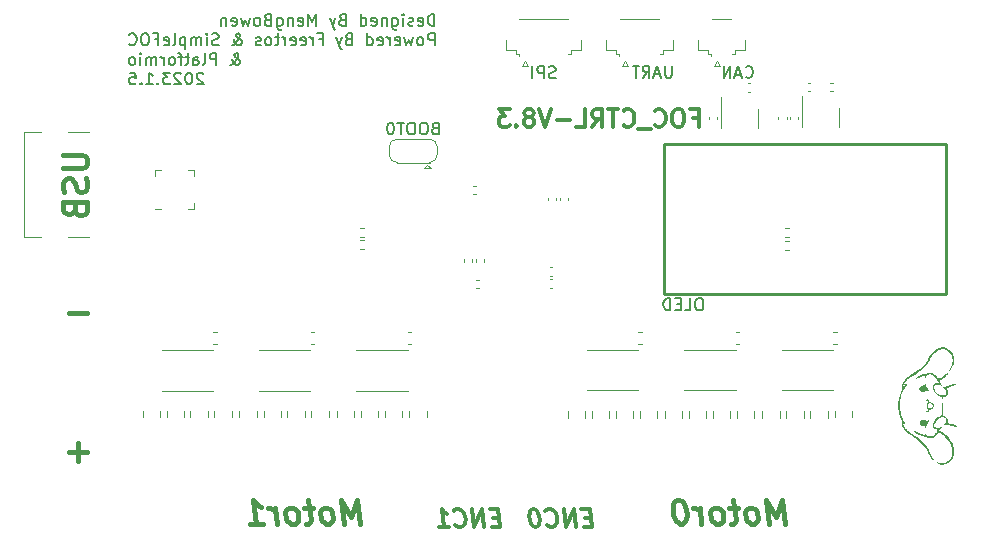
<source format=gbr>
%TF.GenerationSoftware,KiCad,Pcbnew,(6.0.4)*%
%TF.CreationDate,2023-01-05T12:04:55+08:00*%
%TF.ProjectId,FOC_Power,464f435f-506f-4776-9572-2e6b69636164,rev?*%
%TF.SameCoordinates,Original*%
%TF.FileFunction,Legend,Bot*%
%TF.FilePolarity,Positive*%
%FSLAX46Y46*%
G04 Gerber Fmt 4.6, Leading zero omitted, Abs format (unit mm)*
G04 Created by KiCad (PCBNEW (6.0.4)) date 2023-01-05 12:04:55*
%MOMM*%
%LPD*%
G01*
G04 APERTURE LIST*
%ADD10C,0.150000*%
%ADD11C,0.375000*%
%ADD12C,0.400000*%
%ADD13C,0.254000*%
%ADD14C,0.120000*%
%ADD15C,0.100000*%
G04 APERTURE END LIST*
D10*
X43243333Y-29667618D02*
X43195714Y-29619999D01*
X43100476Y-29572379D01*
X42862380Y-29572379D01*
X42767142Y-29619999D01*
X42719523Y-29667618D01*
X42671904Y-29762856D01*
X42671904Y-29858094D01*
X42719523Y-30000951D01*
X43290952Y-30572379D01*
X42671904Y-30572379D01*
X42052856Y-29572379D02*
X41957618Y-29572379D01*
X41862380Y-29619999D01*
X41814761Y-29667618D01*
X41767142Y-29762856D01*
X41719523Y-29953332D01*
X41719523Y-30191427D01*
X41767142Y-30381903D01*
X41814761Y-30477141D01*
X41862380Y-30524760D01*
X41957618Y-30572379D01*
X42052856Y-30572379D01*
X42148095Y-30524760D01*
X42195714Y-30477141D01*
X42243333Y-30381903D01*
X42290952Y-30191427D01*
X42290952Y-29953332D01*
X42243333Y-29762856D01*
X42195714Y-29667618D01*
X42148095Y-29619999D01*
X42052856Y-29572379D01*
X41338571Y-29667618D02*
X41290952Y-29619999D01*
X41195714Y-29572379D01*
X40957618Y-29572379D01*
X40862380Y-29619999D01*
X40814761Y-29667618D01*
X40767142Y-29762856D01*
X40767142Y-29858094D01*
X40814761Y-30000951D01*
X41386190Y-30572379D01*
X40767142Y-30572379D01*
X40433809Y-29572379D02*
X39814761Y-29572379D01*
X40148095Y-29953332D01*
X40005237Y-29953332D01*
X39909999Y-30000951D01*
X39862380Y-30048570D01*
X39814761Y-30143808D01*
X39814761Y-30381903D01*
X39862380Y-30477141D01*
X39909999Y-30524760D01*
X40005237Y-30572379D01*
X40290952Y-30572379D01*
X40386190Y-30524760D01*
X40433809Y-30477141D01*
X39386190Y-30477141D02*
X39338571Y-30524760D01*
X39386190Y-30572379D01*
X39433809Y-30524760D01*
X39386190Y-30477141D01*
X39386190Y-30572379D01*
X38386190Y-30572379D02*
X38957618Y-30572379D01*
X38671904Y-30572379D02*
X38671904Y-29572379D01*
X38767142Y-29715237D01*
X38862380Y-29810475D01*
X38957618Y-29858094D01*
X37957618Y-30477141D02*
X37909999Y-30524760D01*
X37957618Y-30572379D01*
X38005237Y-30524760D01*
X37957618Y-30477141D01*
X37957618Y-30572379D01*
X37005237Y-29572379D02*
X37481428Y-29572379D01*
X37529047Y-30048570D01*
X37481428Y-30000951D01*
X37386190Y-29953332D01*
X37148095Y-29953332D01*
X37052856Y-30000951D01*
X37005237Y-30048570D01*
X36957618Y-30143808D01*
X36957618Y-30381903D01*
X37005237Y-30477141D01*
X37052856Y-30524760D01*
X37148095Y-30572379D01*
X37386190Y-30572379D01*
X37481428Y-30524760D01*
X37529047Y-30477141D01*
D11*
X84668571Y-33392857D02*
X85168571Y-33392857D01*
X85168571Y-34178571D02*
X85168571Y-32678571D01*
X84454285Y-32678571D01*
X83597142Y-32678571D02*
X83311428Y-32678571D01*
X83168571Y-32750000D01*
X83025714Y-32892857D01*
X82954285Y-33178571D01*
X82954285Y-33678571D01*
X83025714Y-33964285D01*
X83168571Y-34107142D01*
X83311428Y-34178571D01*
X83597142Y-34178571D01*
X83740000Y-34107142D01*
X83882857Y-33964285D01*
X83954285Y-33678571D01*
X83954285Y-33178571D01*
X83882857Y-32892857D01*
X83740000Y-32750000D01*
X83597142Y-32678571D01*
X81454285Y-34035714D02*
X81525714Y-34107142D01*
X81740000Y-34178571D01*
X81882857Y-34178571D01*
X82097142Y-34107142D01*
X82240000Y-33964285D01*
X82311428Y-33821428D01*
X82382857Y-33535714D01*
X82382857Y-33321428D01*
X82311428Y-33035714D01*
X82240000Y-32892857D01*
X82097142Y-32750000D01*
X81882857Y-32678571D01*
X81740000Y-32678571D01*
X81525714Y-32750000D01*
X81454285Y-32821428D01*
X81168571Y-34321428D02*
X80025714Y-34321428D01*
X78811428Y-34035714D02*
X78882857Y-34107142D01*
X79097142Y-34178571D01*
X79240000Y-34178571D01*
X79454285Y-34107142D01*
X79597142Y-33964285D01*
X79668571Y-33821428D01*
X79740000Y-33535714D01*
X79740000Y-33321428D01*
X79668571Y-33035714D01*
X79597142Y-32892857D01*
X79454285Y-32750000D01*
X79240000Y-32678571D01*
X79097142Y-32678571D01*
X78882857Y-32750000D01*
X78811428Y-32821428D01*
X78382857Y-32678571D02*
X77525714Y-32678571D01*
X77954285Y-34178571D02*
X77954285Y-32678571D01*
X76168571Y-34178571D02*
X76668571Y-33464285D01*
X77025714Y-34178571D02*
X77025714Y-32678571D01*
X76454285Y-32678571D01*
X76311428Y-32750000D01*
X76240000Y-32821428D01*
X76168571Y-32964285D01*
X76168571Y-33178571D01*
X76240000Y-33321428D01*
X76311428Y-33392857D01*
X76454285Y-33464285D01*
X77025714Y-33464285D01*
X74811428Y-34178571D02*
X75525714Y-34178571D01*
X75525714Y-32678571D01*
X74311428Y-33607142D02*
X73168571Y-33607142D01*
X72668571Y-32678571D02*
X72168571Y-34178571D01*
X71668571Y-32678571D01*
X70954285Y-33321428D02*
X71097142Y-33250000D01*
X71168571Y-33178571D01*
X71240000Y-33035714D01*
X71240000Y-32964285D01*
X71168571Y-32821428D01*
X71097142Y-32750000D01*
X70954285Y-32678571D01*
X70668571Y-32678571D01*
X70525714Y-32750000D01*
X70454285Y-32821428D01*
X70382857Y-32964285D01*
X70382857Y-33035714D01*
X70454285Y-33178571D01*
X70525714Y-33250000D01*
X70668571Y-33321428D01*
X70954285Y-33321428D01*
X71097142Y-33392857D01*
X71168571Y-33464285D01*
X71240000Y-33607142D01*
X71240000Y-33892857D01*
X71168571Y-34035714D01*
X71097142Y-34107142D01*
X70954285Y-34178571D01*
X70668571Y-34178571D01*
X70525714Y-34107142D01*
X70454285Y-34035714D01*
X70382857Y-33892857D01*
X70382857Y-33607142D01*
X70454285Y-33464285D01*
X70525714Y-33392857D01*
X70668571Y-33321428D01*
X69740000Y-34035714D02*
X69668571Y-34107142D01*
X69740000Y-34178571D01*
X69811428Y-34107142D01*
X69740000Y-34035714D01*
X69740000Y-34178571D01*
X69168571Y-32678571D02*
X68240000Y-32678571D01*
X68740000Y-33250000D01*
X68525714Y-33250000D01*
X68382857Y-33321428D01*
X68311428Y-33392857D01*
X68240000Y-33535714D01*
X68240000Y-33892857D01*
X68311428Y-34035714D01*
X68382857Y-34107142D01*
X68525714Y-34178571D01*
X68954285Y-34178571D01*
X69097142Y-34107142D01*
X69168571Y-34035714D01*
D10*
X45529047Y-28919046D02*
X45576666Y-28919046D01*
X45671905Y-28871427D01*
X45814762Y-28728570D01*
X46052857Y-28442856D01*
X46148095Y-28299999D01*
X46195714Y-28157142D01*
X46195714Y-28061904D01*
X46148095Y-27966666D01*
X46052857Y-27919046D01*
X46005238Y-27919046D01*
X45910000Y-27966666D01*
X45862381Y-28061904D01*
X45862381Y-28109523D01*
X45910000Y-28204761D01*
X45957619Y-28252380D01*
X46243333Y-28442856D01*
X46290952Y-28490475D01*
X46338571Y-28585713D01*
X46338571Y-28728570D01*
X46290952Y-28823808D01*
X46243333Y-28871427D01*
X46148095Y-28919046D01*
X46005238Y-28919046D01*
X45910000Y-28871427D01*
X45862381Y-28823808D01*
X45719524Y-28633332D01*
X45671905Y-28490475D01*
X45671905Y-28395237D01*
X44338571Y-28919046D02*
X44338571Y-27919046D01*
X43957619Y-27919046D01*
X43862381Y-27966666D01*
X43814762Y-28014285D01*
X43767143Y-28109523D01*
X43767143Y-28252380D01*
X43814762Y-28347618D01*
X43862381Y-28395237D01*
X43957619Y-28442856D01*
X44338571Y-28442856D01*
X43195714Y-28919046D02*
X43290952Y-28871427D01*
X43338571Y-28776189D01*
X43338571Y-27919046D01*
X42386190Y-28919046D02*
X42386190Y-28395237D01*
X42433809Y-28299999D01*
X42529047Y-28252380D01*
X42719524Y-28252380D01*
X42814762Y-28299999D01*
X42386190Y-28871427D02*
X42481428Y-28919046D01*
X42719524Y-28919046D01*
X42814762Y-28871427D01*
X42862381Y-28776189D01*
X42862381Y-28680951D01*
X42814762Y-28585713D01*
X42719524Y-28538094D01*
X42481428Y-28538094D01*
X42386190Y-28490475D01*
X42052857Y-28252380D02*
X41671905Y-28252380D01*
X41910000Y-27919046D02*
X41910000Y-28776189D01*
X41862381Y-28871427D01*
X41767143Y-28919046D01*
X41671905Y-28919046D01*
X41481428Y-28252380D02*
X41100476Y-28252380D01*
X41338571Y-28919046D02*
X41338571Y-28061904D01*
X41290952Y-27966666D01*
X41195714Y-27919046D01*
X41100476Y-27919046D01*
X40624285Y-28919046D02*
X40719524Y-28871427D01*
X40767143Y-28823808D01*
X40814762Y-28728570D01*
X40814762Y-28442856D01*
X40767143Y-28347618D01*
X40719524Y-28299999D01*
X40624285Y-28252380D01*
X40481428Y-28252380D01*
X40386190Y-28299999D01*
X40338571Y-28347618D01*
X40290952Y-28442856D01*
X40290952Y-28728570D01*
X40338571Y-28823808D01*
X40386190Y-28871427D01*
X40481428Y-28919046D01*
X40624285Y-28919046D01*
X39862381Y-28919046D02*
X39862381Y-28252380D01*
X39862381Y-28442856D02*
X39814762Y-28347618D01*
X39767143Y-28299999D01*
X39671905Y-28252380D01*
X39576666Y-28252380D01*
X39243333Y-28919046D02*
X39243333Y-28252380D01*
X39243333Y-28347618D02*
X39195714Y-28299999D01*
X39100476Y-28252380D01*
X38957619Y-28252380D01*
X38862381Y-28299999D01*
X38814762Y-28395237D01*
X38814762Y-28919046D01*
X38814762Y-28395237D02*
X38767143Y-28299999D01*
X38671905Y-28252380D01*
X38529047Y-28252380D01*
X38433809Y-28299999D01*
X38386190Y-28395237D01*
X38386190Y-28919046D01*
X37910000Y-28919046D02*
X37910000Y-28252380D01*
X37910000Y-27919046D02*
X37957619Y-27966666D01*
X37910000Y-28014285D01*
X37862381Y-27966666D01*
X37910000Y-27919046D01*
X37910000Y-28014285D01*
X37290952Y-28919046D02*
X37386190Y-28871427D01*
X37433809Y-28823808D01*
X37481428Y-28728570D01*
X37481428Y-28442856D01*
X37433809Y-28347618D01*
X37386190Y-28299999D01*
X37290952Y-28252380D01*
X37148095Y-28252380D01*
X37052857Y-28299999D01*
X37005238Y-28347618D01*
X36957619Y-28442856D01*
X36957619Y-28728570D01*
X37005238Y-28823808D01*
X37052857Y-28871427D01*
X37148095Y-28919046D01*
X37290952Y-28919046D01*
X62814761Y-27265713D02*
X62814761Y-26265713D01*
X62433809Y-26265713D01*
X62338571Y-26313333D01*
X62290952Y-26360952D01*
X62243333Y-26456190D01*
X62243333Y-26599047D01*
X62290952Y-26694285D01*
X62338571Y-26741904D01*
X62433809Y-26789523D01*
X62814761Y-26789523D01*
X61671904Y-27265713D02*
X61767142Y-27218094D01*
X61814761Y-27170475D01*
X61862380Y-27075237D01*
X61862380Y-26789523D01*
X61814761Y-26694285D01*
X61767142Y-26646666D01*
X61671904Y-26599047D01*
X61529047Y-26599047D01*
X61433809Y-26646666D01*
X61386190Y-26694285D01*
X61338571Y-26789523D01*
X61338571Y-27075237D01*
X61386190Y-27170475D01*
X61433809Y-27218094D01*
X61529047Y-27265713D01*
X61671904Y-27265713D01*
X61005238Y-26599047D02*
X60814761Y-27265713D01*
X60624285Y-26789523D01*
X60433809Y-27265713D01*
X60243333Y-26599047D01*
X59481428Y-27218094D02*
X59576666Y-27265713D01*
X59767142Y-27265713D01*
X59862380Y-27218094D01*
X59910000Y-27122856D01*
X59910000Y-26741904D01*
X59862380Y-26646666D01*
X59767142Y-26599047D01*
X59576666Y-26599047D01*
X59481428Y-26646666D01*
X59433809Y-26741904D01*
X59433809Y-26837142D01*
X59910000Y-26932380D01*
X59005238Y-27265713D02*
X59005238Y-26599047D01*
X59005238Y-26789523D02*
X58957619Y-26694285D01*
X58910000Y-26646666D01*
X58814761Y-26599047D01*
X58719523Y-26599047D01*
X58005238Y-27218094D02*
X58100476Y-27265713D01*
X58290952Y-27265713D01*
X58386190Y-27218094D01*
X58433809Y-27122856D01*
X58433809Y-26741904D01*
X58386190Y-26646666D01*
X58290952Y-26599047D01*
X58100476Y-26599047D01*
X58005238Y-26646666D01*
X57957619Y-26741904D01*
X57957619Y-26837142D01*
X58433809Y-26932380D01*
X57100476Y-27265713D02*
X57100476Y-26265713D01*
X57100476Y-27218094D02*
X57195714Y-27265713D01*
X57386190Y-27265713D01*
X57481428Y-27218094D01*
X57529047Y-27170475D01*
X57576666Y-27075237D01*
X57576666Y-26789523D01*
X57529047Y-26694285D01*
X57481428Y-26646666D01*
X57386190Y-26599047D01*
X57195714Y-26599047D01*
X57100476Y-26646666D01*
X55529047Y-26741904D02*
X55386190Y-26789523D01*
X55338571Y-26837142D01*
X55290952Y-26932380D01*
X55290952Y-27075237D01*
X55338571Y-27170475D01*
X55386190Y-27218094D01*
X55481428Y-27265713D01*
X55862380Y-27265713D01*
X55862380Y-26265713D01*
X55529047Y-26265713D01*
X55433809Y-26313333D01*
X55386190Y-26360952D01*
X55338571Y-26456190D01*
X55338571Y-26551428D01*
X55386190Y-26646666D01*
X55433809Y-26694285D01*
X55529047Y-26741904D01*
X55862380Y-26741904D01*
X54957619Y-26599047D02*
X54719523Y-27265713D01*
X54481428Y-26599047D02*
X54719523Y-27265713D01*
X54814761Y-27503809D01*
X54862380Y-27551428D01*
X54957619Y-27599047D01*
X53005238Y-26741904D02*
X53338571Y-26741904D01*
X53338571Y-27265713D02*
X53338571Y-26265713D01*
X52862380Y-26265713D01*
X52481428Y-27265713D02*
X52481428Y-26599047D01*
X52481428Y-26789523D02*
X52433809Y-26694285D01*
X52386190Y-26646666D01*
X52290952Y-26599047D01*
X52195714Y-26599047D01*
X51481428Y-27218094D02*
X51576666Y-27265713D01*
X51767142Y-27265713D01*
X51862380Y-27218094D01*
X51910000Y-27122856D01*
X51910000Y-26741904D01*
X51862380Y-26646666D01*
X51767142Y-26599047D01*
X51576666Y-26599047D01*
X51481428Y-26646666D01*
X51433809Y-26741904D01*
X51433809Y-26837142D01*
X51910000Y-26932380D01*
X50624285Y-27218094D02*
X50719523Y-27265713D01*
X50910000Y-27265713D01*
X51005238Y-27218094D01*
X51052857Y-27122856D01*
X51052857Y-26741904D01*
X51005238Y-26646666D01*
X50910000Y-26599047D01*
X50719523Y-26599047D01*
X50624285Y-26646666D01*
X50576666Y-26741904D01*
X50576666Y-26837142D01*
X51052857Y-26932380D01*
X50148095Y-27265713D02*
X50148095Y-26599047D01*
X50148095Y-26789523D02*
X50100476Y-26694285D01*
X50052857Y-26646666D01*
X49957619Y-26599047D01*
X49862380Y-26599047D01*
X49671904Y-26599047D02*
X49290952Y-26599047D01*
X49529047Y-26265713D02*
X49529047Y-27122856D01*
X49481428Y-27218094D01*
X49386190Y-27265713D01*
X49290952Y-27265713D01*
X48814761Y-27265713D02*
X48910000Y-27218094D01*
X48957619Y-27170475D01*
X49005238Y-27075237D01*
X49005238Y-26789523D01*
X48957619Y-26694285D01*
X48910000Y-26646666D01*
X48814761Y-26599047D01*
X48671904Y-26599047D01*
X48576666Y-26646666D01*
X48529047Y-26694285D01*
X48481428Y-26789523D01*
X48481428Y-27075237D01*
X48529047Y-27170475D01*
X48576666Y-27218094D01*
X48671904Y-27265713D01*
X48814761Y-27265713D01*
X48100476Y-27218094D02*
X48005238Y-27265713D01*
X47814761Y-27265713D01*
X47719523Y-27218094D01*
X47671904Y-27122856D01*
X47671904Y-27075237D01*
X47719523Y-26979999D01*
X47814761Y-26932380D01*
X47957619Y-26932380D01*
X48052857Y-26884761D01*
X48100476Y-26789523D01*
X48100476Y-26741904D01*
X48052857Y-26646666D01*
X47957619Y-26599047D01*
X47814761Y-26599047D01*
X47719523Y-26646666D01*
X45671904Y-27265713D02*
X45719523Y-27265713D01*
X45814761Y-27218094D01*
X45957619Y-27075237D01*
X46195714Y-26789523D01*
X46290952Y-26646666D01*
X46338571Y-26503809D01*
X46338571Y-26408571D01*
X46290952Y-26313333D01*
X46195714Y-26265713D01*
X46148095Y-26265713D01*
X46052857Y-26313333D01*
X46005238Y-26408571D01*
X46005238Y-26456190D01*
X46052857Y-26551428D01*
X46100476Y-26599047D01*
X46386190Y-26789523D01*
X46433809Y-26837142D01*
X46481428Y-26932380D01*
X46481428Y-27075237D01*
X46433809Y-27170475D01*
X46386190Y-27218094D01*
X46290952Y-27265713D01*
X46148095Y-27265713D01*
X46052857Y-27218094D01*
X46005238Y-27170475D01*
X45862380Y-26979999D01*
X45814761Y-26837142D01*
X45814761Y-26741904D01*
X44529047Y-27218094D02*
X44386190Y-27265713D01*
X44148095Y-27265713D01*
X44052857Y-27218094D01*
X44005238Y-27170475D01*
X43957619Y-27075237D01*
X43957619Y-26979999D01*
X44005238Y-26884761D01*
X44052857Y-26837142D01*
X44148095Y-26789523D01*
X44338571Y-26741904D01*
X44433809Y-26694285D01*
X44481428Y-26646666D01*
X44529047Y-26551428D01*
X44529047Y-26456190D01*
X44481428Y-26360952D01*
X44433809Y-26313333D01*
X44338571Y-26265713D01*
X44100476Y-26265713D01*
X43957619Y-26313333D01*
X43529047Y-27265713D02*
X43529047Y-26599047D01*
X43529047Y-26265713D02*
X43576666Y-26313333D01*
X43529047Y-26360952D01*
X43481428Y-26313333D01*
X43529047Y-26265713D01*
X43529047Y-26360952D01*
X43052857Y-27265713D02*
X43052857Y-26599047D01*
X43052857Y-26694285D02*
X43005238Y-26646666D01*
X42910000Y-26599047D01*
X42767142Y-26599047D01*
X42671904Y-26646666D01*
X42624285Y-26741904D01*
X42624285Y-27265713D01*
X42624285Y-26741904D02*
X42576666Y-26646666D01*
X42481428Y-26599047D01*
X42338571Y-26599047D01*
X42243333Y-26646666D01*
X42195714Y-26741904D01*
X42195714Y-27265713D01*
X41719523Y-26599047D02*
X41719523Y-27599047D01*
X41719523Y-26646666D02*
X41624285Y-26599047D01*
X41433809Y-26599047D01*
X41338571Y-26646666D01*
X41290952Y-26694285D01*
X41243333Y-26789523D01*
X41243333Y-27075237D01*
X41290952Y-27170475D01*
X41338571Y-27218094D01*
X41433809Y-27265713D01*
X41624285Y-27265713D01*
X41719523Y-27218094D01*
X40671904Y-27265713D02*
X40767142Y-27218094D01*
X40814761Y-27122856D01*
X40814761Y-26265713D01*
X39910000Y-27218094D02*
X40005238Y-27265713D01*
X40195714Y-27265713D01*
X40290952Y-27218094D01*
X40338571Y-27122856D01*
X40338571Y-26741904D01*
X40290952Y-26646666D01*
X40195714Y-26599047D01*
X40005238Y-26599047D01*
X39910000Y-26646666D01*
X39862380Y-26741904D01*
X39862380Y-26837142D01*
X40338571Y-26932380D01*
X39100476Y-26741904D02*
X39433809Y-26741904D01*
X39433809Y-27265713D02*
X39433809Y-26265713D01*
X38957619Y-26265713D01*
X38386190Y-26265713D02*
X38195714Y-26265713D01*
X38100476Y-26313333D01*
X38005238Y-26408571D01*
X37957619Y-26599047D01*
X37957619Y-26932380D01*
X38005238Y-27122856D01*
X38100476Y-27218094D01*
X38195714Y-27265713D01*
X38386190Y-27265713D01*
X38481428Y-27218094D01*
X38576666Y-27122856D01*
X38624285Y-26932380D01*
X38624285Y-26599047D01*
X38576666Y-26408571D01*
X38481428Y-26313333D01*
X38386190Y-26265713D01*
X36957619Y-27170475D02*
X37005238Y-27218094D01*
X37148095Y-27265713D01*
X37243333Y-27265713D01*
X37386190Y-27218094D01*
X37481428Y-27122856D01*
X37529047Y-27027618D01*
X37576666Y-26837142D01*
X37576666Y-26694285D01*
X37529047Y-26503809D01*
X37481428Y-26408571D01*
X37386190Y-26313333D01*
X37243333Y-26265713D01*
X37148095Y-26265713D01*
X37005238Y-26313333D01*
X36957619Y-26360952D01*
X62803809Y-25612380D02*
X62803809Y-24612380D01*
X62565714Y-24612380D01*
X62422857Y-24660000D01*
X62327619Y-24755238D01*
X62280000Y-24850476D01*
X62232380Y-25040952D01*
X62232380Y-25183809D01*
X62280000Y-25374285D01*
X62327619Y-25469523D01*
X62422857Y-25564761D01*
X62565714Y-25612380D01*
X62803809Y-25612380D01*
X61422857Y-25564761D02*
X61518095Y-25612380D01*
X61708571Y-25612380D01*
X61803809Y-25564761D01*
X61851428Y-25469523D01*
X61851428Y-25088571D01*
X61803809Y-24993333D01*
X61708571Y-24945714D01*
X61518095Y-24945714D01*
X61422857Y-24993333D01*
X61375238Y-25088571D01*
X61375238Y-25183809D01*
X61851428Y-25279047D01*
X60994285Y-25564761D02*
X60899047Y-25612380D01*
X60708571Y-25612380D01*
X60613333Y-25564761D01*
X60565714Y-25469523D01*
X60565714Y-25421904D01*
X60613333Y-25326666D01*
X60708571Y-25279047D01*
X60851428Y-25279047D01*
X60946666Y-25231428D01*
X60994285Y-25136190D01*
X60994285Y-25088571D01*
X60946666Y-24993333D01*
X60851428Y-24945714D01*
X60708571Y-24945714D01*
X60613333Y-24993333D01*
X60137142Y-25612380D02*
X60137142Y-24945714D01*
X60137142Y-24612380D02*
X60184761Y-24660000D01*
X60137142Y-24707619D01*
X60089523Y-24660000D01*
X60137142Y-24612380D01*
X60137142Y-24707619D01*
X59232380Y-24945714D02*
X59232380Y-25755238D01*
X59280000Y-25850476D01*
X59327619Y-25898095D01*
X59422857Y-25945714D01*
X59565714Y-25945714D01*
X59660952Y-25898095D01*
X59232380Y-25564761D02*
X59327619Y-25612380D01*
X59518095Y-25612380D01*
X59613333Y-25564761D01*
X59660952Y-25517142D01*
X59708571Y-25421904D01*
X59708571Y-25136190D01*
X59660952Y-25040952D01*
X59613333Y-24993333D01*
X59518095Y-24945714D01*
X59327619Y-24945714D01*
X59232380Y-24993333D01*
X58756190Y-24945714D02*
X58756190Y-25612380D01*
X58756190Y-25040952D02*
X58708571Y-24993333D01*
X58613333Y-24945714D01*
X58470476Y-24945714D01*
X58375238Y-24993333D01*
X58327619Y-25088571D01*
X58327619Y-25612380D01*
X57470476Y-25564761D02*
X57565714Y-25612380D01*
X57756190Y-25612380D01*
X57851428Y-25564761D01*
X57899047Y-25469523D01*
X57899047Y-25088571D01*
X57851428Y-24993333D01*
X57756190Y-24945714D01*
X57565714Y-24945714D01*
X57470476Y-24993333D01*
X57422857Y-25088571D01*
X57422857Y-25183809D01*
X57899047Y-25279047D01*
X56565714Y-25612380D02*
X56565714Y-24612380D01*
X56565714Y-25564761D02*
X56660952Y-25612380D01*
X56851428Y-25612380D01*
X56946666Y-25564761D01*
X56994285Y-25517142D01*
X57041904Y-25421904D01*
X57041904Y-25136190D01*
X56994285Y-25040952D01*
X56946666Y-24993333D01*
X56851428Y-24945714D01*
X56660952Y-24945714D01*
X56565714Y-24993333D01*
X54994285Y-25088571D02*
X54851428Y-25136190D01*
X54803809Y-25183809D01*
X54756190Y-25279047D01*
X54756190Y-25421904D01*
X54803809Y-25517142D01*
X54851428Y-25564761D01*
X54946666Y-25612380D01*
X55327619Y-25612380D01*
X55327619Y-24612380D01*
X54994285Y-24612380D01*
X54899047Y-24660000D01*
X54851428Y-24707619D01*
X54803809Y-24802857D01*
X54803809Y-24898095D01*
X54851428Y-24993333D01*
X54899047Y-25040952D01*
X54994285Y-25088571D01*
X55327619Y-25088571D01*
X54422857Y-24945714D02*
X54184761Y-25612380D01*
X53946666Y-24945714D02*
X54184761Y-25612380D01*
X54280000Y-25850476D01*
X54327619Y-25898095D01*
X54422857Y-25945714D01*
X52803809Y-25612380D02*
X52803809Y-24612380D01*
X52470476Y-25326666D01*
X52137142Y-24612380D01*
X52137142Y-25612380D01*
X51280000Y-25564761D02*
X51375238Y-25612380D01*
X51565714Y-25612380D01*
X51660952Y-25564761D01*
X51708571Y-25469523D01*
X51708571Y-25088571D01*
X51660952Y-24993333D01*
X51565714Y-24945714D01*
X51375238Y-24945714D01*
X51280000Y-24993333D01*
X51232380Y-25088571D01*
X51232380Y-25183809D01*
X51708571Y-25279047D01*
X50803809Y-24945714D02*
X50803809Y-25612380D01*
X50803809Y-25040952D02*
X50756190Y-24993333D01*
X50660952Y-24945714D01*
X50518095Y-24945714D01*
X50422857Y-24993333D01*
X50375238Y-25088571D01*
X50375238Y-25612380D01*
X49470476Y-24945714D02*
X49470476Y-25755238D01*
X49518095Y-25850476D01*
X49565714Y-25898095D01*
X49660952Y-25945714D01*
X49803809Y-25945714D01*
X49899047Y-25898095D01*
X49470476Y-25564761D02*
X49565714Y-25612380D01*
X49756190Y-25612380D01*
X49851428Y-25564761D01*
X49899047Y-25517142D01*
X49946666Y-25421904D01*
X49946666Y-25136190D01*
X49899047Y-25040952D01*
X49851428Y-24993333D01*
X49756190Y-24945714D01*
X49565714Y-24945714D01*
X49470476Y-24993333D01*
X48660952Y-25088571D02*
X48518095Y-25136190D01*
X48470476Y-25183809D01*
X48422857Y-25279047D01*
X48422857Y-25421904D01*
X48470476Y-25517142D01*
X48518095Y-25564761D01*
X48613333Y-25612380D01*
X48994285Y-25612380D01*
X48994285Y-24612380D01*
X48660952Y-24612380D01*
X48565714Y-24660000D01*
X48518095Y-24707619D01*
X48470476Y-24802857D01*
X48470476Y-24898095D01*
X48518095Y-24993333D01*
X48565714Y-25040952D01*
X48660952Y-25088571D01*
X48994285Y-25088571D01*
X47851428Y-25612380D02*
X47946666Y-25564761D01*
X47994285Y-25517142D01*
X48041904Y-25421904D01*
X48041904Y-25136190D01*
X47994285Y-25040952D01*
X47946666Y-24993333D01*
X47851428Y-24945714D01*
X47708571Y-24945714D01*
X47613333Y-24993333D01*
X47565714Y-25040952D01*
X47518095Y-25136190D01*
X47518095Y-25421904D01*
X47565714Y-25517142D01*
X47613333Y-25564761D01*
X47708571Y-25612380D01*
X47851428Y-25612380D01*
X47184761Y-24945714D02*
X46994285Y-25612380D01*
X46803809Y-25136190D01*
X46613333Y-25612380D01*
X46422857Y-24945714D01*
X45660952Y-25564761D02*
X45756190Y-25612380D01*
X45946666Y-25612380D01*
X46041904Y-25564761D01*
X46089523Y-25469523D01*
X46089523Y-25088571D01*
X46041904Y-24993333D01*
X45946666Y-24945714D01*
X45756190Y-24945714D01*
X45660952Y-24993333D01*
X45613333Y-25088571D01*
X45613333Y-25183809D01*
X46089523Y-25279047D01*
X45184761Y-24945714D02*
X45184761Y-25612380D01*
X45184761Y-25040952D02*
X45137142Y-24993333D01*
X45041904Y-24945714D01*
X44899047Y-24945714D01*
X44803809Y-24993333D01*
X44756190Y-25088571D01*
X44756190Y-25612380D01*
D11*
X76055223Y-67252857D02*
X75555223Y-67252857D01*
X75439151Y-68038571D02*
X76153437Y-68038571D01*
X75965937Y-66538571D01*
X75251651Y-66538571D01*
X74796294Y-68038571D02*
X74608794Y-66538571D01*
X73939151Y-68038571D01*
X73751651Y-66538571D01*
X72349866Y-67895714D02*
X72430223Y-67967142D01*
X72653437Y-68038571D01*
X72796294Y-68038571D01*
X73001651Y-67967142D01*
X73126651Y-67824285D01*
X73180223Y-67681428D01*
X73215937Y-67395714D01*
X73189151Y-67181428D01*
X73082008Y-66895714D01*
X72992723Y-66752857D01*
X72832008Y-66610000D01*
X72608794Y-66538571D01*
X72465937Y-66538571D01*
X72260580Y-66610000D01*
X72198080Y-66681428D01*
X71251651Y-66538571D02*
X71108794Y-66538571D01*
X70974866Y-66610000D01*
X70912366Y-66681428D01*
X70858794Y-66824285D01*
X70823080Y-67110000D01*
X70867723Y-67467142D01*
X70974866Y-67752857D01*
X71064151Y-67895714D01*
X71144508Y-67967142D01*
X71296294Y-68038571D01*
X71439151Y-68038571D01*
X71573080Y-67967142D01*
X71635580Y-67895714D01*
X71689151Y-67752857D01*
X71724866Y-67467142D01*
X71680223Y-67110000D01*
X71573080Y-66824285D01*
X71483794Y-66681428D01*
X71403437Y-66610000D01*
X71251651Y-66538571D01*
X68285223Y-67252857D02*
X67785223Y-67252857D01*
X67669151Y-68038571D02*
X68383437Y-68038571D01*
X68195937Y-66538571D01*
X67481651Y-66538571D01*
X67026294Y-68038571D02*
X66838794Y-66538571D01*
X66169151Y-68038571D01*
X65981651Y-66538571D01*
X64579866Y-67895714D02*
X64660223Y-67967142D01*
X64883437Y-68038571D01*
X65026294Y-68038571D01*
X65231651Y-67967142D01*
X65356651Y-67824285D01*
X65410223Y-67681428D01*
X65445937Y-67395714D01*
X65419151Y-67181428D01*
X65312008Y-66895714D01*
X65222723Y-66752857D01*
X65062008Y-66610000D01*
X64838794Y-66538571D01*
X64695937Y-66538571D01*
X64490580Y-66610000D01*
X64428080Y-66681428D01*
X63169151Y-68038571D02*
X64026294Y-68038571D01*
X63597723Y-68038571D02*
X63410223Y-66538571D01*
X63579866Y-66752857D01*
X63740580Y-66895714D01*
X63892366Y-66967142D01*
D10*
X62853333Y-34278571D02*
X62710476Y-34326190D01*
X62662857Y-34373809D01*
X62615238Y-34469047D01*
X62615238Y-34611904D01*
X62662857Y-34707142D01*
X62710476Y-34754761D01*
X62805714Y-34802380D01*
X63186666Y-34802380D01*
X63186666Y-33802380D01*
X62853333Y-33802380D01*
X62758095Y-33850000D01*
X62710476Y-33897619D01*
X62662857Y-33992857D01*
X62662857Y-34088095D01*
X62710476Y-34183333D01*
X62758095Y-34230952D01*
X62853333Y-34278571D01*
X63186666Y-34278571D01*
X61996190Y-33802380D02*
X61805714Y-33802380D01*
X61710476Y-33850000D01*
X61615238Y-33945238D01*
X61567619Y-34135714D01*
X61567619Y-34469047D01*
X61615238Y-34659523D01*
X61710476Y-34754761D01*
X61805714Y-34802380D01*
X61996190Y-34802380D01*
X62091428Y-34754761D01*
X62186666Y-34659523D01*
X62234285Y-34469047D01*
X62234285Y-34135714D01*
X62186666Y-33945238D01*
X62091428Y-33850000D01*
X61996190Y-33802380D01*
X60948571Y-33802380D02*
X60758095Y-33802380D01*
X60662857Y-33850000D01*
X60567619Y-33945238D01*
X60520000Y-34135714D01*
X60520000Y-34469047D01*
X60567619Y-34659523D01*
X60662857Y-34754761D01*
X60758095Y-34802380D01*
X60948571Y-34802380D01*
X61043809Y-34754761D01*
X61139047Y-34659523D01*
X61186666Y-34469047D01*
X61186666Y-34135714D01*
X61139047Y-33945238D01*
X61043809Y-33850000D01*
X60948571Y-33802380D01*
X60234285Y-33802380D02*
X59662857Y-33802380D01*
X59948571Y-34802380D02*
X59948571Y-33802380D01*
X59139047Y-33802380D02*
X59043809Y-33802380D01*
X58948571Y-33850000D01*
X58900952Y-33897619D01*
X58853333Y-33992857D01*
X58805714Y-34183333D01*
X58805714Y-34421428D01*
X58853333Y-34611904D01*
X58900952Y-34707142D01*
X58948571Y-34754761D01*
X59043809Y-34802380D01*
X59139047Y-34802380D01*
X59234285Y-34754761D01*
X59281904Y-34707142D01*
X59329523Y-34611904D01*
X59377142Y-34421428D01*
X59377142Y-34183333D01*
X59329523Y-33992857D01*
X59281904Y-33897619D01*
X59234285Y-33850000D01*
X59139047Y-33802380D01*
X89142857Y-29937142D02*
X89190476Y-29984761D01*
X89333333Y-30032380D01*
X89428571Y-30032380D01*
X89571428Y-29984761D01*
X89666666Y-29889523D01*
X89714285Y-29794285D01*
X89761904Y-29603809D01*
X89761904Y-29460952D01*
X89714285Y-29270476D01*
X89666666Y-29175238D01*
X89571428Y-29080000D01*
X89428571Y-29032380D01*
X89333333Y-29032380D01*
X89190476Y-29080000D01*
X89142857Y-29127619D01*
X88761904Y-29746666D02*
X88285714Y-29746666D01*
X88857142Y-30032380D02*
X88523809Y-29032380D01*
X88190476Y-30032380D01*
X87857142Y-30032380D02*
X87857142Y-29032380D01*
X87285714Y-30032380D01*
X87285714Y-29032380D01*
X82905238Y-28992380D02*
X82905238Y-29801904D01*
X82857619Y-29897142D01*
X82810000Y-29944761D01*
X82714761Y-29992380D01*
X82524285Y-29992380D01*
X82429047Y-29944761D01*
X82381428Y-29897142D01*
X82333809Y-29801904D01*
X82333809Y-28992380D01*
X81905238Y-29706666D02*
X81429047Y-29706666D01*
X82000476Y-29992380D02*
X81667142Y-28992380D01*
X81333809Y-29992380D01*
X80429047Y-29992380D02*
X80762380Y-29516190D01*
X81000476Y-29992380D02*
X81000476Y-28992380D01*
X80619523Y-28992380D01*
X80524285Y-29040000D01*
X80476666Y-29087619D01*
X80429047Y-29182857D01*
X80429047Y-29325714D01*
X80476666Y-29420952D01*
X80524285Y-29468571D01*
X80619523Y-29516190D01*
X81000476Y-29516190D01*
X80143333Y-28992380D02*
X79571904Y-28992380D01*
X79857619Y-29992380D02*
X79857619Y-28992380D01*
X73053809Y-30004761D02*
X72910952Y-30052380D01*
X72672857Y-30052380D01*
X72577619Y-30004761D01*
X72530000Y-29957142D01*
X72482380Y-29861904D01*
X72482380Y-29766666D01*
X72530000Y-29671428D01*
X72577619Y-29623809D01*
X72672857Y-29576190D01*
X72863333Y-29528571D01*
X72958571Y-29480952D01*
X73006190Y-29433333D01*
X73053809Y-29338095D01*
X73053809Y-29242857D01*
X73006190Y-29147619D01*
X72958571Y-29100000D01*
X72863333Y-29052380D01*
X72625238Y-29052380D01*
X72482380Y-29100000D01*
X72053809Y-30052380D02*
X72053809Y-29052380D01*
X71672857Y-29052380D01*
X71577619Y-29100000D01*
X71530000Y-29147619D01*
X71482380Y-29242857D01*
X71482380Y-29385714D01*
X71530000Y-29480952D01*
X71577619Y-29528571D01*
X71672857Y-29576190D01*
X72053809Y-29576190D01*
X71053809Y-30052380D02*
X71053809Y-29052380D01*
X85332380Y-48702380D02*
X85141904Y-48702380D01*
X85046666Y-48750000D01*
X84951428Y-48845238D01*
X84903809Y-49035714D01*
X84903809Y-49369047D01*
X84951428Y-49559523D01*
X85046666Y-49654761D01*
X85141904Y-49702380D01*
X85332380Y-49702380D01*
X85427619Y-49654761D01*
X85522857Y-49559523D01*
X85570476Y-49369047D01*
X85570476Y-49035714D01*
X85522857Y-48845238D01*
X85427619Y-48750000D01*
X85332380Y-48702380D01*
X83999047Y-49702380D02*
X84475238Y-49702380D01*
X84475238Y-48702380D01*
X83665714Y-49178571D02*
X83332380Y-49178571D01*
X83189523Y-49702380D02*
X83665714Y-49702380D01*
X83665714Y-48702380D01*
X83189523Y-48702380D01*
X82760952Y-49702380D02*
X82760952Y-48702380D01*
X82522857Y-48702380D01*
X82380000Y-48750000D01*
X82284761Y-48845238D01*
X82237142Y-48940476D01*
X82189523Y-49130952D01*
X82189523Y-49273809D01*
X82237142Y-49464285D01*
X82284761Y-49559523D01*
X82380000Y-49654761D01*
X82522857Y-49702380D01*
X82760952Y-49702380D01*
D12*
X31374761Y-36526190D02*
X32993809Y-36526190D01*
X33184285Y-36621428D01*
X33279523Y-36716666D01*
X33374761Y-36907142D01*
X33374761Y-37288095D01*
X33279523Y-37478571D01*
X33184285Y-37573809D01*
X32993809Y-37669047D01*
X31374761Y-37669047D01*
X33279523Y-38526190D02*
X33374761Y-38811904D01*
X33374761Y-39288095D01*
X33279523Y-39478571D01*
X33184285Y-39573809D01*
X32993809Y-39669047D01*
X32803333Y-39669047D01*
X32612857Y-39573809D01*
X32517619Y-39478571D01*
X32422380Y-39288095D01*
X32327142Y-38907142D01*
X32231904Y-38716666D01*
X32136666Y-38621428D01*
X31946190Y-38526190D01*
X31755714Y-38526190D01*
X31565238Y-38621428D01*
X31470000Y-38716666D01*
X31374761Y-38907142D01*
X31374761Y-39383333D01*
X31470000Y-39669047D01*
X32327142Y-41192857D02*
X32422380Y-41478571D01*
X32517619Y-41573809D01*
X32708095Y-41669047D01*
X32993809Y-41669047D01*
X33184285Y-41573809D01*
X33279523Y-41478571D01*
X33374761Y-41288095D01*
X33374761Y-40526190D01*
X31374761Y-40526190D01*
X31374761Y-41192857D01*
X31470000Y-41383333D01*
X31565238Y-41478571D01*
X31755714Y-41573809D01*
X31946190Y-41573809D01*
X32136666Y-41478571D01*
X32231904Y-41383333D01*
X32327142Y-41192857D01*
X32327142Y-40526190D01*
X33401904Y-61732857D02*
X31878095Y-61732857D01*
X32640000Y-62494761D02*
X32640000Y-60970952D01*
X33391904Y-49912857D02*
X31868095Y-49912857D01*
X92458392Y-67754761D02*
X92208392Y-65754761D01*
X91720297Y-67183333D01*
X90875059Y-65754761D01*
X91125059Y-67754761D01*
X89886964Y-67754761D02*
X90065535Y-67659523D01*
X90148869Y-67564285D01*
X90220297Y-67373809D01*
X90148869Y-66802380D01*
X90029821Y-66611904D01*
X89922678Y-66516666D01*
X89720297Y-66421428D01*
X89434583Y-66421428D01*
X89256011Y-66516666D01*
X89172678Y-66611904D01*
X89101250Y-66802380D01*
X89172678Y-67373809D01*
X89291726Y-67564285D01*
X89398869Y-67659523D01*
X89601250Y-67754761D01*
X89886964Y-67754761D01*
X88482202Y-66421428D02*
X87720297Y-66421428D01*
X88113154Y-65754761D02*
X88327440Y-67469047D01*
X88256011Y-67659523D01*
X88077440Y-67754761D01*
X87886964Y-67754761D01*
X86934583Y-67754761D02*
X87113154Y-67659523D01*
X87196488Y-67564285D01*
X87267916Y-67373809D01*
X87196488Y-66802380D01*
X87077440Y-66611904D01*
X86970297Y-66516666D01*
X86767916Y-66421428D01*
X86482202Y-66421428D01*
X86303630Y-66516666D01*
X86220297Y-66611904D01*
X86148869Y-66802380D01*
X86220297Y-67373809D01*
X86339345Y-67564285D01*
X86446488Y-67659523D01*
X86648869Y-67754761D01*
X86934583Y-67754761D01*
X85410773Y-67754761D02*
X85244107Y-66421428D01*
X85291726Y-66802380D02*
X85172678Y-66611904D01*
X85065535Y-66516666D01*
X84863154Y-66421428D01*
X84672678Y-66421428D01*
X83541726Y-65754761D02*
X83351250Y-65754761D01*
X83172678Y-65850000D01*
X83089345Y-65945238D01*
X83017916Y-66135714D01*
X82970297Y-66516666D01*
X83029821Y-66992857D01*
X83172678Y-67373809D01*
X83291726Y-67564285D01*
X83398869Y-67659523D01*
X83601250Y-67754761D01*
X83791726Y-67754761D01*
X83970297Y-67659523D01*
X84053630Y-67564285D01*
X84125059Y-67373809D01*
X84172678Y-66992857D01*
X84113154Y-66516666D01*
X83970297Y-66135714D01*
X83851250Y-65945238D01*
X83744107Y-65850000D01*
X83541726Y-65754761D01*
X56478392Y-67754761D02*
X56228392Y-65754761D01*
X55740297Y-67183333D01*
X54895059Y-65754761D01*
X55145059Y-67754761D01*
X53906964Y-67754761D02*
X54085535Y-67659523D01*
X54168869Y-67564285D01*
X54240297Y-67373809D01*
X54168869Y-66802380D01*
X54049821Y-66611904D01*
X53942678Y-66516666D01*
X53740297Y-66421428D01*
X53454583Y-66421428D01*
X53276011Y-66516666D01*
X53192678Y-66611904D01*
X53121250Y-66802380D01*
X53192678Y-67373809D01*
X53311726Y-67564285D01*
X53418869Y-67659523D01*
X53621250Y-67754761D01*
X53906964Y-67754761D01*
X52502202Y-66421428D02*
X51740297Y-66421428D01*
X52133154Y-65754761D02*
X52347440Y-67469047D01*
X52276011Y-67659523D01*
X52097440Y-67754761D01*
X51906964Y-67754761D01*
X50954583Y-67754761D02*
X51133154Y-67659523D01*
X51216488Y-67564285D01*
X51287916Y-67373809D01*
X51216488Y-66802380D01*
X51097440Y-66611904D01*
X50990297Y-66516666D01*
X50787916Y-66421428D01*
X50502202Y-66421428D01*
X50323630Y-66516666D01*
X50240297Y-66611904D01*
X50168869Y-66802380D01*
X50240297Y-67373809D01*
X50359345Y-67564285D01*
X50466488Y-67659523D01*
X50668869Y-67754761D01*
X50954583Y-67754761D01*
X49430773Y-67754761D02*
X49264107Y-66421428D01*
X49311726Y-66802380D02*
X49192678Y-66611904D01*
X49085535Y-66516666D01*
X48883154Y-66421428D01*
X48692678Y-66421428D01*
X47145059Y-67754761D02*
X48287916Y-67754761D01*
X47716488Y-67754761D02*
X47466488Y-65754761D01*
X47692678Y-66040476D01*
X47906964Y-66230952D01*
X48109345Y-66326190D01*
%TO.C,G\u002A\u002A\u002A*%
G36*
X104684958Y-58966375D02*
G01*
X104691886Y-58978854D01*
X104686678Y-59004819D01*
X104670080Y-59041839D01*
X104642842Y-59087484D01*
X104620520Y-59122608D01*
X104571136Y-59207713D01*
X104523588Y-59298811D01*
X104481686Y-59388396D01*
X104449240Y-59468961D01*
X104445550Y-59479210D01*
X104424050Y-59537904D01*
X104407794Y-59579488D01*
X104395458Y-59606552D01*
X104385719Y-59621690D01*
X104377251Y-59627492D01*
X104368731Y-59626550D01*
X104356956Y-59612377D01*
X104352557Y-59579091D01*
X104352553Y-59576704D01*
X104350784Y-59551085D01*
X104343075Y-59540143D01*
X104325460Y-59537839D01*
X104319753Y-59537712D01*
X104296089Y-59535291D01*
X104262431Y-59529272D01*
X104215302Y-59518975D01*
X104151222Y-59503717D01*
X104121032Y-59495081D01*
X104049940Y-59464806D01*
X103985538Y-59424003D01*
X103932659Y-59376069D01*
X103896137Y-59324403D01*
X103882914Y-59286730D01*
X103876138Y-59229870D01*
X103880417Y-59170843D01*
X103895765Y-59118532D01*
X103916122Y-59086637D01*
X103958078Y-59047931D01*
X104012221Y-59016907D01*
X104073434Y-58997063D01*
X104095328Y-58993729D01*
X104140720Y-58990042D01*
X104194751Y-58988202D01*
X104249932Y-58988571D01*
X104285501Y-58989857D01*
X104332075Y-58993001D01*
X104367103Y-58998288D01*
X104396639Y-59006778D01*
X104426733Y-59019531D01*
X104451923Y-59032644D01*
X104486931Y-59054722D01*
X104511506Y-59074859D01*
X104537997Y-59102772D01*
X104603531Y-59034198D01*
X104617357Y-59019987D01*
X104646119Y-58992134D01*
X104668434Y-58972838D01*
X104680356Y-58965624D01*
X104684958Y-58966375D01*
G37*
G36*
X104662017Y-57366480D02*
G01*
X104665156Y-57429807D01*
X104749929Y-57459884D01*
X104806229Y-57480399D01*
X104854269Y-57499752D01*
X104893195Y-57518400D01*
X104928870Y-57539177D01*
X104967159Y-57564920D01*
X104982717Y-57576393D01*
X105034604Y-57624296D01*
X105072971Y-57676038D01*
X105094297Y-57727130D01*
X105097913Y-57742580D01*
X105102177Y-57765457D01*
X105102190Y-57784686D01*
X105097493Y-57808296D01*
X105087631Y-57844312D01*
X105073355Y-57884443D01*
X105051177Y-57921350D01*
X105016558Y-57960554D01*
X105002261Y-57974540D01*
X104929212Y-58034542D01*
X104842558Y-58090672D01*
X104748438Y-58138848D01*
X104733713Y-58145499D01*
X104700483Y-58161973D01*
X104680456Y-58176275D01*
X104668752Y-58192647D01*
X104660491Y-58215334D01*
X104640574Y-58259530D01*
X104605916Y-58295715D01*
X104560198Y-58314444D01*
X104516991Y-58315478D01*
X104475107Y-58299245D01*
X104444036Y-58265778D01*
X104443114Y-58264206D01*
X104431499Y-58237753D01*
X104435352Y-58222328D01*
X104456200Y-58216545D01*
X104495569Y-58219018D01*
X104517294Y-58221481D01*
X104540719Y-58221940D01*
X104552601Y-58216546D01*
X104558801Y-58203897D01*
X104561787Y-58180494D01*
X104558576Y-58136336D01*
X104548110Y-58078972D01*
X104530903Y-58011931D01*
X104528403Y-58003094D01*
X104512255Y-57931611D01*
X104503819Y-57858838D01*
X104503250Y-57784601D01*
X104606877Y-57784601D01*
X104608928Y-57820289D01*
X104614552Y-57866011D01*
X104622743Y-57916204D01*
X104632495Y-57965766D01*
X104642803Y-58009592D01*
X104652661Y-58042577D01*
X104661063Y-58059616D01*
X104663146Y-58060860D01*
X104681296Y-58059073D01*
X104711816Y-58047710D01*
X104750746Y-58028935D01*
X104794123Y-58004909D01*
X104837986Y-57977797D01*
X104878374Y-57949762D01*
X104911326Y-57922965D01*
X104941882Y-57893073D01*
X104967370Y-57864509D01*
X104982238Y-57843491D01*
X104996965Y-57807311D01*
X105002012Y-57759007D01*
X104986741Y-57715180D01*
X104950781Y-57673839D01*
X104938153Y-57663595D01*
X104902621Y-57639542D01*
X104859256Y-57614553D01*
X104811792Y-57590283D01*
X104763965Y-57568389D01*
X104719513Y-57550528D01*
X104682171Y-57538355D01*
X104655674Y-57533529D01*
X104643759Y-57537705D01*
X104638285Y-57556450D01*
X104629711Y-57596764D01*
X104621259Y-57646595D01*
X104613952Y-57699085D01*
X104608817Y-57747373D01*
X104606877Y-57784601D01*
X104503250Y-57784601D01*
X104503223Y-57781138D01*
X104510598Y-57694873D01*
X104526073Y-57596407D01*
X104549778Y-57482102D01*
X104557674Y-57446236D01*
X104566595Y-57403113D01*
X104572702Y-57370319D01*
X104574989Y-57353008D01*
X104573470Y-57344135D01*
X104558508Y-57330699D01*
X104530813Y-57328708D01*
X104494406Y-57338869D01*
X104468901Y-57348256D01*
X104452259Y-57349137D01*
X104439611Y-57340573D01*
X104436529Y-57337074D01*
X104430678Y-57315311D01*
X104441487Y-57291784D01*
X104465724Y-57269621D01*
X104500154Y-57251954D01*
X104541543Y-57241912D01*
X104564163Y-57239591D01*
X104588745Y-57240453D01*
X104606829Y-57249420D01*
X104627279Y-57269326D01*
X104633654Y-57276379D01*
X104649866Y-57299720D01*
X104655674Y-57318440D01*
X104658288Y-57326866D01*
X104662017Y-57366480D01*
G37*
G36*
X105179090Y-59829245D02*
G01*
X105173792Y-59834543D01*
X105168494Y-59829245D01*
X105173792Y-59823946D01*
X105179090Y-59829245D01*
G37*
G36*
X105984820Y-52844250D02*
G01*
X106034416Y-52849447D01*
X106078817Y-52858529D01*
X106122573Y-52872299D01*
X106170234Y-52891565D01*
X106226350Y-52917129D01*
X106283489Y-52946373D01*
X106400001Y-53022763D01*
X106505445Y-53115315D01*
X106598330Y-53221924D01*
X106677162Y-53340484D01*
X106740449Y-53468888D01*
X106786698Y-53605031D01*
X106814418Y-53746808D01*
X106818550Y-53787497D01*
X106819585Y-53926031D01*
X106801868Y-54068971D01*
X106766223Y-54213945D01*
X106713471Y-54358580D01*
X106644435Y-54500504D01*
X106559938Y-54637345D01*
X106460802Y-54766729D01*
X106459688Y-54768037D01*
X106420951Y-54810292D01*
X106391158Y-54835187D01*
X106368758Y-54843725D01*
X106352199Y-54836910D01*
X106350963Y-54834789D01*
X106352679Y-54817092D01*
X106363281Y-54788998D01*
X106380293Y-54756189D01*
X106401239Y-54724347D01*
X106410622Y-54710986D01*
X106436801Y-54668205D01*
X106467251Y-54612808D01*
X106499491Y-54549735D01*
X106531043Y-54483928D01*
X106559425Y-54420327D01*
X106582159Y-54363874D01*
X106606155Y-54297221D01*
X106631247Y-54218018D01*
X106648668Y-54146315D01*
X106659639Y-54075598D01*
X106665385Y-53999349D01*
X106667126Y-53911055D01*
X106666926Y-53848362D01*
X106665664Y-53797909D01*
X106662732Y-53758017D01*
X106657523Y-53723237D01*
X106649435Y-53688121D01*
X106637862Y-53647219D01*
X106632114Y-53628333D01*
X106586834Y-53507885D01*
X106529607Y-53401288D01*
X106457426Y-53303684D01*
X106367282Y-53210215D01*
X106278646Y-53136874D01*
X106178130Y-53075202D01*
X106071883Y-53032538D01*
X105957051Y-53007760D01*
X105830780Y-52999750D01*
X105776182Y-53000777D01*
X105690814Y-53008378D01*
X105613055Y-53024963D01*
X105535242Y-53052399D01*
X105449713Y-53092551D01*
X105441724Y-53096665D01*
X105382100Y-53128996D01*
X105329833Y-53161198D01*
X105280696Y-53196518D01*
X105230464Y-53238203D01*
X105174909Y-53289499D01*
X105109804Y-53353652D01*
X105099076Y-53364503D01*
X105027969Y-53440560D01*
X104964609Y-53516933D01*
X104906268Y-53597632D01*
X104850218Y-53686663D01*
X104793732Y-53788035D01*
X104734081Y-53905757D01*
X104695783Y-53982927D01*
X104658811Y-54053427D01*
X104624347Y-54113257D01*
X104589359Y-54167048D01*
X104550819Y-54219432D01*
X104505697Y-54275037D01*
X104450963Y-54338495D01*
X104349044Y-54447889D01*
X104206768Y-54584064D01*
X104046098Y-54722179D01*
X103868381Y-54861190D01*
X103674963Y-55000053D01*
X103467189Y-55137723D01*
X103246407Y-55273155D01*
X103169972Y-55318383D01*
X103096087Y-55362418D01*
X103036068Y-55398713D01*
X102987516Y-55428826D01*
X102948027Y-55454310D01*
X102915200Y-55476721D01*
X102886634Y-55497614D01*
X102859927Y-55518545D01*
X102832676Y-55541068D01*
X102803326Y-55566728D01*
X102724043Y-55646284D01*
X102652964Y-55732682D01*
X102591760Y-55822980D01*
X102542101Y-55914233D01*
X102505656Y-56003498D01*
X102484096Y-56087832D01*
X102479090Y-56164292D01*
X102482261Y-56223548D01*
X102544287Y-56132103D01*
X102574155Y-56089803D01*
X102629678Y-56020481D01*
X102682505Y-55966551D01*
X102731354Y-55929090D01*
X102774941Y-55909171D01*
X102811981Y-55907871D01*
X102816953Y-55909324D01*
X102831469Y-55918433D01*
X102836534Y-55933940D01*
X102831409Y-55957450D01*
X102815357Y-55990565D01*
X102787639Y-56034887D01*
X102747518Y-56092019D01*
X102694255Y-56163565D01*
X102663671Y-56204339D01*
X102609893Y-56279139D01*
X102565592Y-56346358D01*
X102527505Y-56411398D01*
X102492367Y-56479663D01*
X102456917Y-56556557D01*
X102390778Y-56722451D01*
X102326584Y-56924442D01*
X102274683Y-57137677D01*
X102235979Y-57358379D01*
X102211377Y-57582770D01*
X102208346Y-57628621D01*
X102206734Y-57843691D01*
X102225537Y-58063781D01*
X102264774Y-58289047D01*
X102324462Y-58519644D01*
X102344169Y-58583929D01*
X102372132Y-58669073D01*
X102401042Y-58748685D01*
X102432597Y-58826690D01*
X102468496Y-58907018D01*
X102510437Y-58993594D01*
X102560118Y-59090346D01*
X102619240Y-59201202D01*
X102641463Y-59244636D01*
X102659377Y-59288526D01*
X102664546Y-59318794D01*
X102657189Y-59337155D01*
X102637523Y-59345324D01*
X102631822Y-59345742D01*
X102609385Y-59339970D01*
X102583568Y-59321179D01*
X102552186Y-59287468D01*
X102513057Y-59236935D01*
X102467195Y-59174454D01*
X102473097Y-59215742D01*
X102477649Y-59243346D01*
X102505759Y-59351465D01*
X102549429Y-59462543D01*
X102606202Y-59570999D01*
X102673621Y-59671251D01*
X102703999Y-59709646D01*
X102772970Y-59786921D01*
X102850035Y-59859860D01*
X102938260Y-59931027D01*
X103040707Y-60002982D01*
X103160442Y-60078289D01*
X103271294Y-60147064D01*
X103500068Y-60302063D01*
X103722957Y-60470389D01*
X103934877Y-60648096D01*
X104130741Y-60831236D01*
X104149763Y-60850120D01*
X104217376Y-60917797D01*
X104272541Y-60974154D01*
X104317649Y-61021755D01*
X104355091Y-61063163D01*
X104387261Y-61100944D01*
X104416550Y-61137661D01*
X104431763Y-61157109D01*
X104452767Y-61183227D01*
X104466478Y-61199356D01*
X104471271Y-61205021D01*
X104489657Y-61230066D01*
X104514860Y-61267030D01*
X104543997Y-61311418D01*
X104574185Y-61358738D01*
X104602542Y-61404495D01*
X104626185Y-61444197D01*
X104642233Y-61473350D01*
X104654083Y-61498348D01*
X104674620Y-61545020D01*
X104699526Y-61604138D01*
X104727099Y-61671529D01*
X104755637Y-61743019D01*
X104783435Y-61814436D01*
X104808792Y-61881605D01*
X104843903Y-61969547D01*
X104908373Y-62101141D01*
X104980876Y-62214887D01*
X105062241Y-62312196D01*
X105084973Y-62338821D01*
X105100248Y-62367442D01*
X105098105Y-62387076D01*
X105078315Y-62396523D01*
X105066194Y-62396515D01*
X105029694Y-62383534D01*
X104983725Y-62352436D01*
X104928808Y-62303546D01*
X104901931Y-62276061D01*
X104856764Y-62223036D01*
X104812905Y-62161824D01*
X104768910Y-62089992D01*
X104723335Y-62005106D01*
X104674733Y-61904736D01*
X104621661Y-61786447D01*
X104571180Y-61674845D01*
X104519104Y-61570672D01*
X104465569Y-61476619D01*
X104407526Y-61388052D01*
X104341927Y-61300338D01*
X104265723Y-61208845D01*
X104175865Y-61108938D01*
X104135544Y-61066159D01*
X104026768Y-60957050D01*
X103906101Y-60843541D01*
X103778261Y-60729764D01*
X103647963Y-60619852D01*
X103519925Y-60517938D01*
X103398865Y-60428156D01*
X103380819Y-60415281D01*
X103348207Y-60391634D01*
X103324570Y-60373978D01*
X103314092Y-60365409D01*
X103313161Y-60364504D01*
X103298931Y-60353959D01*
X103268204Y-60332843D01*
X103220714Y-60300977D01*
X103156194Y-60258185D01*
X103074379Y-60204289D01*
X102975002Y-60139111D01*
X102897347Y-60085166D01*
X102767615Y-59978586D01*
X102655225Y-59863143D01*
X102560868Y-59739794D01*
X102485235Y-59609500D01*
X102429018Y-59473218D01*
X102392909Y-59331908D01*
X102392531Y-59329788D01*
X102383461Y-59250586D01*
X102383452Y-59173064D01*
X102392519Y-59105955D01*
X102392811Y-59104683D01*
X102396738Y-59082906D01*
X102396333Y-59063368D01*
X102390202Y-59040824D01*
X102376946Y-59010035D01*
X102355169Y-58965758D01*
X102342008Y-58938884D01*
X102312364Y-58874512D01*
X102282064Y-58804394D01*
X102253660Y-58734697D01*
X102229700Y-58671588D01*
X102212734Y-58621235D01*
X102210445Y-58613786D01*
X102199624Y-58581516D01*
X102190325Y-58557655D01*
X102186240Y-58547053D01*
X102175957Y-58513449D01*
X102163043Y-58465322D01*
X102148471Y-58406753D01*
X102133213Y-58341822D01*
X102118243Y-58274611D01*
X102104534Y-58209198D01*
X102093058Y-58149666D01*
X102090955Y-58137968D01*
X102083719Y-58094349D01*
X102078256Y-58053234D01*
X102074334Y-58010676D01*
X102071721Y-57962724D01*
X102070187Y-57905429D01*
X102069498Y-57834843D01*
X102069423Y-57747017D01*
X102069777Y-57662701D01*
X102070764Y-57589181D01*
X102072614Y-57528996D01*
X102075567Y-57478084D01*
X102079863Y-57432384D01*
X102085742Y-57387834D01*
X102093443Y-57340374D01*
X102124939Y-57178701D01*
X102190282Y-56923391D01*
X102273047Y-56678868D01*
X102373667Y-56443750D01*
X102374350Y-56442312D01*
X102393979Y-56400081D01*
X102405456Y-56371281D01*
X102409982Y-56350495D01*
X102408755Y-56332305D01*
X102402973Y-56311293D01*
X102398454Y-56291562D01*
X102392695Y-56251622D01*
X102387845Y-56201814D01*
X102384629Y-56148581D01*
X102384586Y-56147515D01*
X102382894Y-56092116D01*
X102383613Y-56050538D01*
X102387548Y-56015587D01*
X102395499Y-55980070D01*
X102408272Y-55936792D01*
X102443029Y-55837990D01*
X102485436Y-55746064D01*
X102537044Y-55661310D01*
X102601169Y-55578315D01*
X102681132Y-55491665D01*
X102694128Y-55478668D01*
X102752003Y-55425237D01*
X102816420Y-55373122D01*
X102890634Y-55319962D01*
X102977903Y-55263391D01*
X103081483Y-55201045D01*
X103238382Y-55106861D01*
X103481746Y-54950037D01*
X103705059Y-54791761D01*
X103909031Y-54631492D01*
X104094370Y-54468694D01*
X104261782Y-54302827D01*
X104269980Y-54294146D01*
X104345477Y-54211238D01*
X104407968Y-54135663D01*
X104460888Y-54062309D01*
X104507671Y-53986060D01*
X104551754Y-53901801D01*
X104596572Y-53804419D01*
X104615651Y-53762459D01*
X104694089Y-53614058D01*
X104786018Y-53471901D01*
X104889203Y-53338480D01*
X105001411Y-53216287D01*
X105120406Y-53107812D01*
X105243957Y-53015547D01*
X105369829Y-52941983D01*
X105415304Y-52919413D01*
X105469420Y-52894107D01*
X105516254Y-52875386D01*
X105560553Y-52862177D01*
X105607063Y-52853406D01*
X105660527Y-52848000D01*
X105725693Y-52844884D01*
X105807306Y-52842984D01*
X105851841Y-52842288D01*
X105925478Y-52842132D01*
X105984820Y-52844250D01*
G37*
G36*
X104385856Y-55945083D02*
G01*
X104399919Y-55967019D01*
X104416626Y-56005352D01*
X104437236Y-56062161D01*
X104454800Y-56110005D01*
X104504705Y-56225313D01*
X104565075Y-56342732D01*
X104631922Y-56454234D01*
X104632374Y-56454932D01*
X104664728Y-56508622D01*
X104684611Y-56549732D01*
X104692322Y-56577310D01*
X104688155Y-56590401D01*
X104672407Y-56588053D01*
X104645376Y-56569313D01*
X104607356Y-56533227D01*
X104550760Y-56474463D01*
X104523185Y-56500227D01*
X104482120Y-56531291D01*
X104429340Y-56555934D01*
X104360924Y-56575275D01*
X104323543Y-56582974D01*
X104219588Y-56596459D01*
X104125522Y-56596661D01*
X104042757Y-56584026D01*
X103972701Y-56559002D01*
X103916767Y-56522037D01*
X103876364Y-56473578D01*
X103852904Y-56414072D01*
X103850317Y-56400548D01*
X103849931Y-56334327D01*
X103868916Y-56270331D01*
X103905774Y-56211117D01*
X103959005Y-56159238D01*
X104027110Y-56117250D01*
X104065569Y-56099223D01*
X104113641Y-56079640D01*
X104157450Y-56067139D01*
X104205404Y-56059512D01*
X104265909Y-56054552D01*
X104364702Y-56048358D01*
X104357792Y-55998121D01*
X104356965Y-55991694D01*
X104355880Y-55956588D01*
X104363333Y-55940189D01*
X104373176Y-55937465D01*
X104385856Y-55945083D01*
G37*
G36*
X105828903Y-57592296D02*
G01*
X105832052Y-57603615D01*
X105837654Y-57639345D01*
X105842888Y-57691785D01*
X105847678Y-57758026D01*
X105851945Y-57835157D01*
X105855612Y-57920268D01*
X105858603Y-58010450D01*
X105860839Y-58102791D01*
X105862244Y-58194383D01*
X105862739Y-58282314D01*
X105862248Y-58363675D01*
X105860693Y-58435556D01*
X105857997Y-58495047D01*
X105854082Y-58539236D01*
X105853016Y-58547838D01*
X105850088Y-58582900D01*
X105852108Y-58602077D01*
X105859380Y-58609422D01*
X105874451Y-58612833D01*
X105904518Y-58618908D01*
X105942044Y-58626077D01*
X105972996Y-58633001D01*
X106061007Y-58666588D01*
X106139020Y-58717835D01*
X106204693Y-58784951D01*
X106255689Y-58866145D01*
X106268977Y-58896006D01*
X106278613Y-58928365D01*
X106283532Y-58965877D01*
X106285309Y-59016533D01*
X106285379Y-59027038D01*
X106284381Y-59076932D01*
X106281589Y-59123412D01*
X106277495Y-59157594D01*
X106268557Y-59206512D01*
X106568901Y-59304137D01*
X106592889Y-59311934D01*
X106689069Y-59343207D01*
X106767463Y-59368784D01*
X106830001Y-59389382D01*
X106878615Y-59405719D01*
X106915237Y-59418511D01*
X106941799Y-59428478D01*
X106960231Y-59436335D01*
X106972466Y-59442801D01*
X106980436Y-59448593D01*
X106986071Y-59454428D01*
X106991304Y-59461024D01*
X107000522Y-59477186D01*
X107003732Y-59511762D01*
X106988277Y-59545786D01*
X106982997Y-59550255D01*
X106956321Y-59556844D01*
X106913180Y-59556025D01*
X106855827Y-59548342D01*
X106786518Y-59534343D01*
X106707504Y-59514572D01*
X106621042Y-59489575D01*
X106529383Y-59459898D01*
X106434783Y-59426087D01*
X106339494Y-59388688D01*
X106205620Y-59333644D01*
X106171850Y-59366327D01*
X106148681Y-59386064D01*
X106108545Y-59410076D01*
X106056806Y-59430138D01*
X105988669Y-59448397D01*
X105979960Y-59450382D01*
X105941750Y-59457516D01*
X105917997Y-59458061D01*
X105903952Y-59452233D01*
X105891077Y-59434346D01*
X105891543Y-59407165D01*
X105909162Y-59377027D01*
X105942402Y-59346340D01*
X105989729Y-59317510D01*
X105995058Y-59314780D01*
X106047705Y-59280299D01*
X106087324Y-59236944D01*
X106116709Y-59180780D01*
X106138656Y-59107872D01*
X106140026Y-59101935D01*
X106148011Y-59062945D01*
X106150327Y-59033877D01*
X106146909Y-59005365D01*
X106137692Y-58968040D01*
X106118613Y-58918373D01*
X106080112Y-58858076D01*
X106030410Y-58807324D01*
X105974334Y-58771913D01*
X105935624Y-58759310D01*
X105872115Y-58750359D01*
X105801437Y-58750354D01*
X105730432Y-58759188D01*
X105665938Y-58776753D01*
X105581062Y-58813181D01*
X105471568Y-58878206D01*
X105375426Y-58958989D01*
X105351665Y-58983275D01*
X105285846Y-59059879D01*
X105230051Y-59139154D01*
X105185163Y-59218770D01*
X105152065Y-59296393D01*
X105131641Y-59369691D01*
X105124775Y-59436331D01*
X105132349Y-59493981D01*
X105155248Y-59540308D01*
X105201477Y-59584859D01*
X105264273Y-59617763D01*
X105342725Y-59637301D01*
X105437390Y-59643679D01*
X105499257Y-59641603D01*
X105575526Y-59630878D01*
X105647725Y-59609008D01*
X105725051Y-59573758D01*
X105770972Y-59552537D01*
X105807461Y-59542225D01*
X105829004Y-59545891D01*
X105836078Y-59563493D01*
X105831516Y-59576460D01*
X105812716Y-59601410D01*
X105783058Y-59631475D01*
X105746556Y-59662997D01*
X105707220Y-59692317D01*
X105669064Y-59715777D01*
X105651039Y-59725822D01*
X105604925Y-59758559D01*
X105573534Y-59795807D01*
X105552029Y-59842817D01*
X105540249Y-59877583D01*
X105599411Y-59903748D01*
X105626914Y-59915665D01*
X105652001Y-59925954D01*
X105663604Y-59929912D01*
X105671030Y-59933292D01*
X105693543Y-59945523D01*
X105727112Y-59964585D01*
X105767787Y-59988267D01*
X105847540Y-60037762D01*
X105986611Y-60138367D01*
X106117306Y-60253128D01*
X106243840Y-60385565D01*
X106356121Y-60519329D01*
X106483272Y-60691915D01*
X106589406Y-60863392D01*
X106674597Y-61033930D01*
X106738916Y-61203703D01*
X106782438Y-61372880D01*
X106805235Y-61541635D01*
X106807380Y-61710137D01*
X106800093Y-61801218D01*
X106773505Y-61952655D01*
X106728956Y-62093493D01*
X106665948Y-62224882D01*
X106583987Y-62347974D01*
X106482577Y-62463918D01*
X106481681Y-62464824D01*
X106437691Y-62507555D01*
X106392248Y-62548740D01*
X106350656Y-62583732D01*
X106318223Y-62607882D01*
X106221778Y-62664404D01*
X106098195Y-62717939D01*
X105972748Y-62752377D01*
X105847197Y-62767531D01*
X105723303Y-62763217D01*
X105602826Y-62739248D01*
X105487526Y-62695440D01*
X105471621Y-62687717D01*
X105407277Y-62653789D01*
X105362362Y-62624690D01*
X105336032Y-62599805D01*
X105327442Y-62578518D01*
X105327839Y-62572917D01*
X105335219Y-62561210D01*
X105353790Y-62559361D01*
X105385983Y-62567537D01*
X105434230Y-62585906D01*
X105448556Y-62591703D01*
X105561641Y-62630010D01*
X105669735Y-62653539D01*
X105769940Y-62661821D01*
X105859357Y-62654389D01*
X105892132Y-62647696D01*
X106026081Y-62607155D01*
X106152225Y-62547125D01*
X106269626Y-62468121D01*
X106377344Y-62370657D01*
X106428507Y-62313934D01*
X106495871Y-62223566D01*
X106551490Y-62125651D01*
X106597725Y-62015812D01*
X106636937Y-61889675D01*
X106640967Y-61872762D01*
X106650492Y-61809016D01*
X106655659Y-61732316D01*
X106656512Y-61648536D01*
X106653091Y-61563547D01*
X106645437Y-61483222D01*
X106633591Y-61413433D01*
X106613535Y-61332327D01*
X106571429Y-61200482D01*
X106517394Y-61071415D01*
X106449805Y-60941817D01*
X106367036Y-60808378D01*
X106267461Y-60667785D01*
X106266311Y-60666248D01*
X106209457Y-60594812D01*
X106142575Y-60518044D01*
X106069396Y-60439700D01*
X105993656Y-60363537D01*
X105919087Y-60293312D01*
X105849421Y-60232782D01*
X105788394Y-60185702D01*
X105762670Y-60168296D01*
X105718223Y-60140290D01*
X105668565Y-60110764D01*
X105617561Y-60081841D01*
X105569075Y-60055647D01*
X105526970Y-60034307D01*
X105495112Y-60019944D01*
X105477364Y-60014685D01*
X105470626Y-60020340D01*
X105454447Y-60040751D01*
X105432084Y-60072549D01*
X105406229Y-60112050D01*
X105376112Y-60156372D01*
X105321556Y-60226063D01*
X105260750Y-60293726D01*
X105197771Y-60355205D01*
X105136695Y-60406342D01*
X105081601Y-60442982D01*
X105014796Y-60476338D01*
X104911809Y-60514147D01*
X104811816Y-60534692D01*
X104716671Y-60537969D01*
X104628228Y-60523974D01*
X104548343Y-60492704D01*
X104478869Y-60444155D01*
X104476326Y-60441884D01*
X104457937Y-60427106D01*
X104438955Y-60416842D01*
X104414250Y-60409504D01*
X104378693Y-60403507D01*
X104327152Y-60397266D01*
X104301131Y-60393975D01*
X104237567Y-60383740D01*
X104174146Y-60371056D01*
X104121365Y-60357929D01*
X104056188Y-60336613D01*
X103940539Y-60288347D01*
X103820432Y-60226535D01*
X103700364Y-60153778D01*
X103584834Y-60072681D01*
X103478339Y-59985846D01*
X103428561Y-59940273D01*
X103389923Y-59900546D01*
X103367002Y-59870260D01*
X103358844Y-59848134D01*
X103364495Y-59832885D01*
X103364735Y-59832661D01*
X103375206Y-59831580D01*
X103396613Y-59838585D01*
X103430701Y-59854485D01*
X103479212Y-59880090D01*
X103543893Y-59916211D01*
X103564195Y-59927733D01*
X103647717Y-59974930D01*
X103716535Y-60013335D01*
X103773618Y-60044481D01*
X103821937Y-60069901D01*
X103864461Y-60091130D01*
X103904163Y-60109701D01*
X103944010Y-60127148D01*
X103986975Y-60145005D01*
X104007445Y-60153182D01*
X104070719Y-60176653D01*
X104136453Y-60198786D01*
X104200221Y-60218274D01*
X104257593Y-60233812D01*
X104304144Y-60244092D01*
X104335444Y-60247810D01*
X104338844Y-60247782D01*
X104354963Y-60244808D01*
X104361760Y-60232688D01*
X104363154Y-60205423D01*
X104363177Y-60202412D01*
X104367696Y-60173076D01*
X104379337Y-60163326D01*
X104397080Y-60173209D01*
X104419907Y-60202774D01*
X104428958Y-60216261D01*
X104470434Y-60266149D01*
X104519532Y-60311382D01*
X104570563Y-60347189D01*
X104617838Y-60368797D01*
X104621338Y-60369816D01*
X104705671Y-60383327D01*
X104795349Y-60378590D01*
X104887176Y-60356644D01*
X104977954Y-60318528D01*
X105064486Y-60265281D01*
X105143573Y-60197943D01*
X105156789Y-60184466D01*
X105212098Y-60121940D01*
X105264646Y-60053568D01*
X105309815Y-59985682D01*
X105342984Y-59924614D01*
X105345427Y-59919416D01*
X105365822Y-59879887D01*
X105387378Y-59842701D01*
X105394112Y-59831777D01*
X105407070Y-59809202D01*
X105412215Y-59797666D01*
X105407866Y-59795516D01*
X105387674Y-59792989D01*
X105356583Y-59791898D01*
X105347214Y-59791750D01*
X105285538Y-59786346D01*
X105226425Y-59774494D01*
X105179090Y-59757955D01*
X105134415Y-59732349D01*
X105090530Y-59699654D01*
X105054119Y-59665225D01*
X105031189Y-59634091D01*
X105026702Y-59624975D01*
X105001150Y-59549197D01*
X104993594Y-59466774D01*
X105004135Y-59376739D01*
X105032875Y-59278124D01*
X105079915Y-59169964D01*
X105130255Y-59078398D01*
X105213706Y-58958564D01*
X105308785Y-58854355D01*
X105414274Y-58766886D01*
X105528954Y-58697274D01*
X105651605Y-58646635D01*
X105685797Y-58633921D01*
X105710363Y-58621595D01*
X105719863Y-58612368D01*
X105719870Y-58612138D01*
X105721536Y-58595456D01*
X105725413Y-58564527D01*
X105730688Y-58525865D01*
X105730725Y-58525602D01*
X105733381Y-58497750D01*
X105736326Y-58451652D01*
X105739435Y-58390210D01*
X105742586Y-58316325D01*
X105745653Y-58232898D01*
X105748514Y-58142829D01*
X105751044Y-58049019D01*
X105751275Y-58039678D01*
X105753770Y-57948519D01*
X105756514Y-57863254D01*
X105759396Y-57786432D01*
X105762304Y-57720602D01*
X105765128Y-57668314D01*
X105767755Y-57632117D01*
X105770073Y-57614560D01*
X105779277Y-57595943D01*
X105797115Y-57581117D01*
X105815762Y-57579105D01*
X105828903Y-57592296D01*
G37*
G36*
X106302162Y-54944727D02*
G01*
X106310863Y-54962346D01*
X106311457Y-54971157D01*
X106303113Y-55005170D01*
X106281308Y-55049652D01*
X106248022Y-55102153D01*
X106205234Y-55160223D01*
X106154925Y-55221414D01*
X106099073Y-55283274D01*
X106039660Y-55343354D01*
X105978665Y-55399204D01*
X105918068Y-55448375D01*
X105917805Y-55448573D01*
X105882139Y-55473284D01*
X105836861Y-55501563D01*
X105785910Y-55531293D01*
X105733227Y-55560360D01*
X105682752Y-55586649D01*
X105638424Y-55608046D01*
X105604185Y-55622435D01*
X105583974Y-55627701D01*
X105580795Y-55628046D01*
X105575049Y-55635298D01*
X105578095Y-55653747D01*
X105590584Y-55685751D01*
X105613163Y-55733667D01*
X105630179Y-55769831D01*
X105652018Y-55818974D01*
X105671864Y-55866124D01*
X105694830Y-55914553D01*
X105725927Y-55960848D01*
X105769421Y-56009867D01*
X105782531Y-56023584D01*
X105812761Y-56058164D01*
X105828163Y-56082092D01*
X105830066Y-56097289D01*
X105828676Y-56100149D01*
X105811586Y-56112382D01*
X105787391Y-56114430D01*
X105766605Y-56105012D01*
X105765207Y-56103839D01*
X105747840Y-56093956D01*
X105717451Y-56079511D01*
X105679634Y-56063193D01*
X105633394Y-56046113D01*
X105540709Y-56022923D01*
X105449113Y-56013587D01*
X105361819Y-56017820D01*
X105282043Y-56035340D01*
X105212998Y-56065865D01*
X105157897Y-56109110D01*
X105144863Y-56123153D01*
X105131327Y-56141267D01*
X105124317Y-56160625D01*
X105121851Y-56187872D01*
X105121946Y-56229657D01*
X105122148Y-56240077D01*
X105125962Y-56291368D01*
X105136151Y-56336238D01*
X105155284Y-56386794D01*
X105159572Y-56396715D01*
X105220884Y-56514633D01*
X105295378Y-56620482D01*
X105381189Y-56712506D01*
X105476456Y-56788953D01*
X105579315Y-56848069D01*
X105687903Y-56888101D01*
X105783823Y-56906380D01*
X105874822Y-56906813D01*
X105958692Y-56888435D01*
X105987554Y-56876773D01*
X106049286Y-56837230D01*
X106096784Y-56784438D01*
X106128948Y-56721049D01*
X106144678Y-56649713D01*
X106142873Y-56573082D01*
X106122434Y-56493806D01*
X106116368Y-56478473D01*
X106085555Y-56419899D01*
X106046569Y-56376392D01*
X105995342Y-56343130D01*
X105966041Y-56325565D01*
X105932574Y-56299188D01*
X105905221Y-56271236D01*
X105887983Y-56245900D01*
X105884859Y-56227371D01*
X105889017Y-56220419D01*
X105912191Y-56207630D01*
X105949947Y-56204325D01*
X105998851Y-56210996D01*
X106053308Y-56223070D01*
X106224866Y-56138728D01*
X106324525Y-56091144D01*
X106429488Y-56045119D01*
X106528053Y-56007087D01*
X106626112Y-55974800D01*
X106729556Y-55946007D01*
X106788683Y-55931952D01*
X106863633Y-55918535D01*
X106922291Y-55914096D01*
X106963712Y-55918685D01*
X106986951Y-55932353D01*
X106999614Y-55959680D01*
X106997261Y-55989974D01*
X106977860Y-56013269D01*
X106960798Y-56021007D01*
X106927012Y-56032866D01*
X106882427Y-56046636D01*
X106832157Y-56060654D01*
X106796595Y-56070393D01*
X106729145Y-56090165D01*
X106661610Y-56111299D01*
X106604330Y-56130618D01*
X106557924Y-56147706D01*
X106499056Y-56170566D01*
X106437758Y-56195385D01*
X106377198Y-56220786D01*
X106320545Y-56245388D01*
X106270967Y-56267813D01*
X106231632Y-56286681D01*
X106205707Y-56300613D01*
X106196362Y-56308230D01*
X106196644Y-56310041D01*
X106202948Y-56327565D01*
X106215849Y-56357483D01*
X106233093Y-56394501D01*
X106237645Y-56404164D01*
X106272929Y-56501811D01*
X106288124Y-56596990D01*
X106283437Y-56688338D01*
X106259078Y-56774490D01*
X106215252Y-56854084D01*
X106152169Y-56925754D01*
X106092449Y-56972249D01*
X106012670Y-57011277D01*
X105922227Y-57032565D01*
X105868830Y-57039649D01*
X105857283Y-57099278D01*
X105849259Y-57136948D01*
X105837438Y-57177062D01*
X105825029Y-57199565D01*
X105811111Y-57206591D01*
X105797346Y-57203258D01*
X105782428Y-57187134D01*
X105770095Y-57155199D01*
X105758970Y-57104761D01*
X105745784Y-57032007D01*
X105677018Y-57013465D01*
X105597336Y-56985889D01*
X105501270Y-56938647D01*
X105407636Y-56878817D01*
X105322190Y-56810139D01*
X105250686Y-56736355D01*
X105210000Y-56685552D01*
X105131954Y-56573304D01*
X105071482Y-56463095D01*
X105029159Y-56356255D01*
X105005558Y-56254118D01*
X105001255Y-56158016D01*
X105001383Y-56155945D01*
X105015087Y-56075252D01*
X105045255Y-56007706D01*
X105092358Y-55952553D01*
X105156867Y-55909043D01*
X105186526Y-55896653D01*
X105242509Y-55881277D01*
X105306888Y-55870157D01*
X105372145Y-55864487D01*
X105430759Y-55865465D01*
X105436267Y-55865939D01*
X105472405Y-55868157D01*
X105497919Y-55868184D01*
X105507584Y-55865985D01*
X105506783Y-55860869D01*
X105498455Y-55836908D01*
X105482732Y-55800390D01*
X105461662Y-55755588D01*
X105437295Y-55706774D01*
X105411679Y-55658221D01*
X105386862Y-55614202D01*
X105370645Y-55587089D01*
X105286279Y-55460081D01*
X105200003Y-55353635D01*
X105111324Y-55267258D01*
X105019745Y-55200455D01*
X104924772Y-55152733D01*
X104920786Y-55151167D01*
X104825663Y-55122143D01*
X104738641Y-55112528D01*
X104659184Y-55122386D01*
X104586752Y-55151781D01*
X104520807Y-55200777D01*
X104494599Y-55226896D01*
X104466665Y-55261146D01*
X104442919Y-55300479D01*
X104420339Y-55350074D01*
X104395909Y-55415115D01*
X104385075Y-55444415D01*
X104371308Y-55474980D01*
X104359265Y-55490759D01*
X104346808Y-55495244D01*
X104334003Y-55491888D01*
X104326469Y-55477721D01*
X104322620Y-55447559D01*
X104322217Y-55437379D01*
X104324278Y-55394477D01*
X104330460Y-55344195D01*
X104339390Y-55296058D01*
X104349696Y-55259589D01*
X104350830Y-55256116D01*
X104348822Y-55248773D01*
X104334619Y-55247368D01*
X104303948Y-55251107D01*
X104275729Y-55256468D01*
X104225467Y-55268447D01*
X104164882Y-55284630D01*
X104099444Y-55303435D01*
X104034620Y-55323278D01*
X103975881Y-55342576D01*
X103928694Y-55359746D01*
X103918004Y-55364067D01*
X103879446Y-55380738D01*
X103832466Y-55402164D01*
X103781022Y-55426414D01*
X103729074Y-55451554D01*
X103680581Y-55475654D01*
X103639504Y-55496780D01*
X103609801Y-55513001D01*
X103595432Y-55522383D01*
X103576044Y-55532386D01*
X103554522Y-55526839D01*
X103540901Y-55505556D01*
X103539664Y-55492062D01*
X103550111Y-55457063D01*
X103577034Y-55416793D01*
X103618336Y-55373309D01*
X103671919Y-55328670D01*
X103735685Y-55284931D01*
X103807535Y-55244149D01*
X103844371Y-55226015D01*
X103971338Y-55173297D01*
X104106888Y-55130080D01*
X104243525Y-55098528D01*
X104373750Y-55080803D01*
X104408376Y-55076959D01*
X104467054Y-55063467D01*
X104527401Y-55038798D01*
X104569081Y-55020508D01*
X104656215Y-54994782D01*
X104744027Y-54987408D01*
X104838612Y-54997577D01*
X104844463Y-54998702D01*
X104898960Y-55011454D01*
X104954979Y-55027801D01*
X105001262Y-55044497D01*
X105068488Y-55077695D01*
X105161647Y-55139123D01*
X105253422Y-55216600D01*
X105340661Y-55307386D01*
X105420209Y-55408740D01*
X105435210Y-55429584D01*
X105460268Y-55462566D01*
X105480012Y-55486236D01*
X105491131Y-55496496D01*
X105496755Y-55496689D01*
X105520153Y-55489591D01*
X105556209Y-55473858D01*
X105601406Y-55451407D01*
X105652227Y-55424157D01*
X105705152Y-55394026D01*
X105756664Y-55362932D01*
X105803245Y-55332794D01*
X105841377Y-55305528D01*
X105858413Y-55292047D01*
X105892126Y-55264328D01*
X105931597Y-55231071D01*
X105972403Y-55196079D01*
X106010122Y-55163154D01*
X106040330Y-55136101D01*
X106058606Y-55118722D01*
X106070922Y-55107031D01*
X106096280Y-55084107D01*
X106130285Y-55053963D01*
X106169065Y-55020059D01*
X106218197Y-54979506D01*
X106257038Y-54952814D01*
X106284623Y-54941386D01*
X106302162Y-54944727D01*
G37*
D13*
%TO.C,U5*%
X106141000Y-48325000D02*
X106141000Y-35625000D01*
X82265000Y-48325000D02*
X82265000Y-35625000D01*
X82265000Y-35625000D02*
X106141000Y-35625000D01*
X82265000Y-48325000D02*
X106141000Y-48325000D01*
D14*
%TO.C,C42*%
X96690000Y-58776252D02*
X96690000Y-58253748D01*
X98160000Y-58776252D02*
X98160000Y-58253748D01*
%TO.C,C63*%
X82320000Y-58786252D02*
X82320000Y-58263748D01*
X83790000Y-58786252D02*
X83790000Y-58263748D01*
D15*
%TO.C,D2*%
X75535000Y-37212500D02*
G75*
G03*
X75535000Y-37212500I-50000J0D01*
G01*
D14*
%TO.C,C28*%
X89317164Y-30487500D02*
X89532836Y-30487500D01*
X89317164Y-31207500D02*
X89532836Y-31207500D01*
%TO.C,C39*%
X80355580Y-52555000D02*
X80074420Y-52555000D01*
X80355580Y-51535000D02*
X80074420Y-51535000D01*
%TO.C,C33*%
X86035000Y-33522836D02*
X86035000Y-33307164D01*
X86755000Y-33522836D02*
X86755000Y-33307164D01*
%TO.C,C57*%
X43610000Y-58756252D02*
X43610000Y-58233748D01*
X42140000Y-58756252D02*
X42140000Y-58233748D01*
%TO.C,C54*%
X52595580Y-51535000D02*
X52314420Y-51535000D01*
X52595580Y-52555000D02*
X52314420Y-52555000D01*
%TO.C,C74*%
X53860000Y-58756252D02*
X53860000Y-58233748D01*
X52390000Y-58756252D02*
X52390000Y-58233748D01*
%TO.C,C61*%
X80190000Y-58786252D02*
X80190000Y-58263748D01*
X81660000Y-58786252D02*
X81660000Y-58263748D01*
%TO.C,C75*%
X60080000Y-58756252D02*
X60080000Y-58233748D01*
X58610000Y-58756252D02*
X58610000Y-58233748D01*
%TO.C,C24*%
X93615000Y-33535336D02*
X93615000Y-33319664D01*
X92895000Y-33535336D02*
X92895000Y-33319664D01*
%TO.C,C66*%
X74110000Y-58786252D02*
X74110000Y-58263748D01*
X75580000Y-58786252D02*
X75580000Y-58263748D01*
%TO.C,C11*%
X66282836Y-39175000D02*
X66067164Y-39175000D01*
X66282836Y-39895000D02*
X66067164Y-39895000D01*
%TO.C,U4*%
X42455000Y-37805000D02*
X42455000Y-38305000D01*
X42455000Y-41125000D02*
X42455000Y-40625000D01*
X41955000Y-37805000D02*
X42455000Y-37805000D01*
X41955000Y-41125000D02*
X42455000Y-41125000D01*
X39135000Y-37805000D02*
X39135000Y-38305000D01*
X39635000Y-37805000D02*
X39135000Y-37805000D01*
X39135000Y-41125000D02*
X39635000Y-41125000D01*
%TO.C,C69*%
X56570000Y-58756252D02*
X56570000Y-58233748D01*
X58040000Y-58756252D02*
X58040000Y-58233748D01*
%TO.C,C59*%
X44160000Y-58756252D02*
X44160000Y-58233748D01*
X45630000Y-58756252D02*
X45630000Y-58233748D01*
%TO.C,J8*%
X85095000Y-26790724D02*
X85095000Y-27690724D01*
X86195000Y-27990724D02*
X86195000Y-28130724D01*
X88265000Y-27990724D02*
X88015000Y-27990724D01*
X86705000Y-28630724D02*
X86955000Y-28984277D01*
X86455000Y-28984277D02*
X86705000Y-28630724D01*
X86265000Y-25070724D02*
X87945000Y-25070724D01*
X89115000Y-27690724D02*
X88265000Y-27690724D01*
X85945000Y-27990724D02*
X86195000Y-27990724D01*
X86955000Y-28984277D02*
X86455000Y-28984277D01*
X85095000Y-27690724D02*
X85945000Y-27690724D01*
X89115000Y-26790724D02*
X89115000Y-27690724D01*
X85945000Y-27690724D02*
X85945000Y-27990724D01*
X88265000Y-27690724D02*
X88265000Y-27990724D01*
%TO.C,C10*%
X73425000Y-40402836D02*
X73425000Y-40187164D01*
X74145000Y-40402836D02*
X74145000Y-40187164D01*
%TO.C,C68*%
X47760000Y-58756252D02*
X47760000Y-58233748D01*
X46290000Y-58756252D02*
X46290000Y-58233748D01*
%TO.C,R27*%
X56808641Y-43785000D02*
X56501359Y-43785000D01*
X56808641Y-44545000D02*
X56501359Y-44545000D01*
%TO.C,U6*%
X90195000Y-33457500D02*
X90195000Y-34257500D01*
X90195000Y-33457500D02*
X90195000Y-32657500D01*
X87075000Y-33457500D02*
X87075000Y-34257500D01*
X87075000Y-33457500D02*
X87075000Y-31657500D01*
%TO.C,R5*%
X80052064Y-56485000D02*
X75697936Y-56485000D01*
X80052064Y-53065000D02*
X75697936Y-53065000D01*
%TO.C,C58*%
X60660000Y-58756252D02*
X60660000Y-58233748D01*
X62130000Y-58756252D02*
X62130000Y-58233748D01*
%TO.C,J9*%
X77360000Y-26790724D02*
X77360000Y-27690724D01*
X82980000Y-26790724D02*
X82980000Y-27690724D01*
X77360000Y-27690724D02*
X78210000Y-27690724D01*
X79220000Y-28984277D02*
X78720000Y-28984277D01*
X78970000Y-28630724D02*
X79220000Y-28984277D01*
X78720000Y-28984277D02*
X78970000Y-28630724D01*
X78210000Y-27990724D02*
X78460000Y-27990724D01*
X82980000Y-27690724D02*
X82130000Y-27690724D01*
X78530000Y-25070724D02*
X81810000Y-25070724D01*
X82130000Y-27690724D02*
X82130000Y-27990724D01*
X78210000Y-27690724D02*
X78210000Y-27990724D01*
X78460000Y-27990724D02*
X78460000Y-28130724D01*
X82130000Y-27990724D02*
X81880000Y-27990724D01*
%TO.C,C67*%
X84350000Y-58786252D02*
X84350000Y-58263748D01*
X85820000Y-58786252D02*
X85820000Y-58263748D01*
%TO.C,C15*%
X66005000Y-45387164D02*
X66005000Y-45602836D01*
X65285000Y-45387164D02*
X65285000Y-45602836D01*
%TO.C,C12*%
X66317164Y-47125000D02*
X66532836Y-47125000D01*
X66317164Y-47845000D02*
X66532836Y-47845000D01*
%TO.C,C65*%
X89890000Y-58786252D02*
X89890000Y-58263748D01*
X88420000Y-58786252D02*
X88420000Y-58263748D01*
%TO.C,C56*%
X39560000Y-58756252D02*
X39560000Y-58233748D01*
X38090000Y-58756252D02*
X38090000Y-58233748D01*
%TO.C,C62*%
X76130000Y-58786252D02*
X76130000Y-58263748D01*
X77600000Y-58786252D02*
X77600000Y-58263748D01*
%TO.C,C23*%
X92615000Y-33525336D02*
X92615000Y-33309664D01*
X91895000Y-33525336D02*
X91895000Y-33309664D01*
%TO.C,C17*%
X72405000Y-40402836D02*
X72405000Y-40187164D01*
X73125000Y-40402836D02*
X73125000Y-40187164D01*
%TO.C,C40*%
X94070000Y-58786252D02*
X94070000Y-58263748D01*
X92600000Y-58786252D02*
X92600000Y-58263748D01*
%TO.C,C43*%
X94640000Y-58786252D02*
X94640000Y-58263748D01*
X96110000Y-58786252D02*
X96110000Y-58263748D01*
%TO.C,C71*%
X56000000Y-58756252D02*
X56000000Y-58233748D01*
X54530000Y-58756252D02*
X54530000Y-58233748D01*
%TO.C,J2*%
X28060000Y-34585000D02*
X28060000Y-43525000D01*
X33570000Y-43525000D02*
X31770000Y-43525000D01*
X28060000Y-43525000D02*
X29520000Y-43525000D01*
X33570000Y-34585000D02*
X31770000Y-34585000D01*
X28060000Y-34585000D02*
X29520000Y-34585000D01*
%TO.C,R34*%
X60529564Y-56495000D02*
X56175436Y-56495000D01*
X60529564Y-53075000D02*
X56175436Y-53075000D01*
%TO.C,C55*%
X44355580Y-51535000D02*
X44074420Y-51535000D01*
X44355580Y-52555000D02*
X44074420Y-52555000D01*
%TO.C,C38*%
X88605580Y-51535000D02*
X88324420Y-51535000D01*
X88605580Y-52555000D02*
X88324420Y-52555000D01*
%TO.C,R2*%
X92521359Y-43535000D02*
X92828641Y-43535000D01*
X92521359Y-42775000D02*
X92828641Y-42775000D01*
%TO.C,J7*%
X70435000Y-28630724D02*
X70685000Y-28984277D01*
X69675000Y-27690724D02*
X69675000Y-27990724D01*
X69675000Y-27990724D02*
X69925000Y-27990724D01*
X75245000Y-27690724D02*
X74395000Y-27690724D01*
X70185000Y-28984277D02*
X70435000Y-28630724D01*
X75245000Y-26790724D02*
X75245000Y-27690724D01*
X74395000Y-27690724D02*
X74395000Y-27990724D01*
X68825000Y-27690724D02*
X69675000Y-27690724D01*
X69995000Y-25070724D02*
X74075000Y-25070724D01*
X69925000Y-27990724D02*
X69925000Y-28130724D01*
X74395000Y-27990724D02*
X74145000Y-27990724D01*
X68825000Y-26790724D02*
X68825000Y-27690724D01*
X70685000Y-28984277D02*
X70185000Y-28984277D01*
%TO.C,C60*%
X79630000Y-58786252D02*
X79630000Y-58263748D01*
X78160000Y-58786252D02*
X78160000Y-58263748D01*
%TO.C,C16*%
X72577164Y-47085000D02*
X72792836Y-47085000D01*
X72577164Y-47805000D02*
X72792836Y-47805000D01*
%TO.C,C14*%
X67025000Y-45387164D02*
X67025000Y-45602836D01*
X66305000Y-45387164D02*
X66305000Y-45602836D01*
%TO.C,JP1*%
X58955000Y-35895000D02*
X58955000Y-36495000D01*
X59605000Y-37195000D02*
X62405000Y-37195000D01*
X62205000Y-37395000D02*
X61905000Y-37695000D01*
X63055000Y-36495000D02*
X63055000Y-35895000D01*
X62205000Y-37395000D02*
X62505000Y-37695000D01*
X62405000Y-35195000D02*
X59605000Y-35195000D01*
X62505000Y-37695000D02*
X61905000Y-37695000D01*
X58955000Y-36495000D02*
G75*
G03*
X59655000Y-37195000I700000J0D01*
G01*
X62355000Y-37195000D02*
G75*
G03*
X63055000Y-36495000I1J699999D01*
G01*
X59655000Y-35195000D02*
G75*
G03*
X58955000Y-35895000I0J-700000D01*
G01*
X63055000Y-35895000D02*
G75*
G03*
X62355000Y-35195000I-699999J1D01*
G01*
%TO.C,C13*%
X72577164Y-46055000D02*
X72792836Y-46055000D01*
X72577164Y-46775000D02*
X72792836Y-46775000D01*
%TO.C,C37*%
X96855580Y-51535000D02*
X96574420Y-51535000D01*
X96855580Y-52555000D02*
X96574420Y-52555000D01*
%TO.C,R7*%
X96552064Y-53065000D02*
X92197936Y-53065000D01*
X96552064Y-56485000D02*
X92197936Y-56485000D01*
%TO.C,R33*%
X52289564Y-56495000D02*
X47935436Y-56495000D01*
X52289564Y-53075000D02*
X47935436Y-53075000D01*
%TO.C,R6*%
X88302064Y-56485000D02*
X83947936Y-56485000D01*
X88302064Y-53065000D02*
X83947936Y-53065000D01*
%TO.C,C41*%
X92030000Y-58786252D02*
X92030000Y-58263748D01*
X90560000Y-58786252D02*
X90560000Y-58263748D01*
%TO.C,C72*%
X50360000Y-58756252D02*
X50360000Y-58233748D01*
X51830000Y-58756252D02*
X51830000Y-58233748D01*
%TO.C,C64*%
X86380000Y-58786252D02*
X86380000Y-58263748D01*
X87850000Y-58786252D02*
X87850000Y-58263748D01*
%TO.C,C73*%
X48330000Y-58756252D02*
X48330000Y-58233748D01*
X49800000Y-58756252D02*
X49800000Y-58233748D01*
%TO.C,R15*%
X96271359Y-31175000D02*
X96578641Y-31175000D01*
X96271359Y-30415000D02*
X96578641Y-30415000D01*
%TO.C,U3*%
X93925000Y-33387500D02*
X93925000Y-34187500D01*
X97045000Y-33387500D02*
X97045000Y-32587500D01*
X97045000Y-33387500D02*
X97045000Y-34187500D01*
X93925000Y-33387500D02*
X93925000Y-31587500D01*
%TO.C,R28*%
X56501359Y-43525000D02*
X56808641Y-43525000D01*
X56501359Y-42765000D02*
X56808641Y-42765000D01*
%TO.C,C26*%
X94622836Y-30445000D02*
X94407164Y-30445000D01*
X94622836Y-31165000D02*
X94407164Y-31165000D01*
%TO.C,R1*%
X92828641Y-43795000D02*
X92521359Y-43795000D01*
X92828641Y-44555000D02*
X92521359Y-44555000D01*
%TO.C,C70*%
X40120000Y-58756252D02*
X40120000Y-58233748D01*
X41590000Y-58756252D02*
X41590000Y-58233748D01*
%TO.C,C53*%
X60825580Y-51545000D02*
X60544420Y-51545000D01*
X60825580Y-52565000D02*
X60544420Y-52565000D01*
%TO.C,R32*%
X44049564Y-56495000D02*
X39695436Y-56495000D01*
X44049564Y-53075000D02*
X39695436Y-53075000D01*
%TD*%
M02*

</source>
